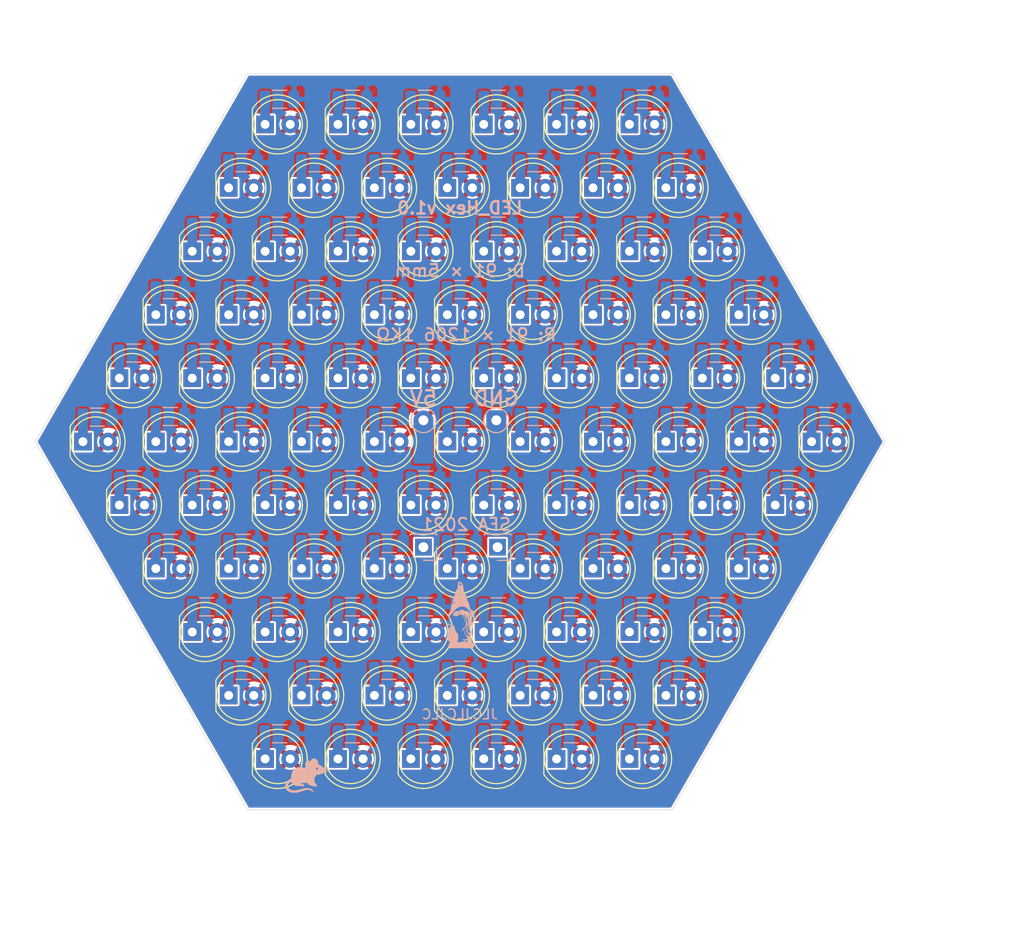
<source format=kicad_pcb>
(kicad_pcb (version 20171130) (host pcbnew 5.1.9)
  (layers (0 F.Cu signal) (31 B.Cu signal) (34 B.Paste user hide) (35 F.Paste user hide) (36 B.SilkS user) (37 F.SilkS user) (38 B.Mask user) (39 F.Mask user) (44 Edge.Cuts user))
  (net 0 "")
  (net 1 +5V)
  (net 2 "Net-(D1-Pad1)")
  (net 3 "Net-(D2-Pad1)")
  (net 4 "Net-(D3-Pad1)")
  (net 5 "Net-(D4-Pad1)")
  (net 6 "Net-(D5-Pad1)")
  (net 7 "Net-(D6-Pad1)")
  (net 8 "Net-(D7-Pad1)")
  (net 9 GND)
  (net 10 "Net-(D8-Pad1)")
  (net 11 "Net-(D9-Pad1)")
  (net 12 "Net-(D10-Pad1)")
  (net 13 "Net-(D11-Pad1)")
  (net 14 "Net-(D12-Pad1)")
  (net 15 "Net-(D13-Pad1)")
  (net 16 "Net-(D14-Pad1)")
  (net 17 "Net-(D15-Pad1)")
  (net 18 "Net-(D16-Pad1)")
  (net 19 "Net-(D17-Pad1)")
  (net 20 "Net-(D18-Pad1)")
  (net 21 "Net-(D19-Pad1)")
  (net 22 "Net-(D20-Pad1)")
  (net 23 "Net-(D21-Pad1)")
  (net 24 "Net-(D22-Pad1)")
  (net 25 "Net-(D23-Pad1)")
  (net 26 "Net-(D24-Pad1)")
  (net 27 "Net-(D25-Pad1)")
  (net 28 "Net-(D26-Pad1)")
  (net 29 "Net-(D27-Pad1)")
  (net 30 "Net-(D28-Pad1)")
  (net 31 "Net-(D29-Pad1)")
  (net 32 "Net-(D30-Pad1)")
  (net 33 "Net-(D31-Pad1)")
  (net 34 "Net-(D32-Pad1)")
  (net 35 "Net-(D33-Pad1)")
  (net 36 "Net-(D34-Pad1)")
  (net 37 "Net-(D35-Pad1)")
  (net 38 "Net-(D36-Pad1)")
  (net 39 "Net-(D37-Pad1)")
  (net 40 "Net-(D38-Pad1)")
  (net 41 "Net-(D39-Pad1)")
  (net 42 "Net-(D40-Pad1)")
  (net 43 "Net-(D41-Pad1)")
  (net 44 "Net-(D42-Pad1)")
  (net 45 "Net-(D43-Pad1)")
  (net 46 "Net-(D44-Pad1)")
  (net 47 "Net-(D45-Pad1)")
  (net 48 "Net-(D46-Pad1)")
  (net 49 "Net-(D47-Pad1)")
  (net 50 "Net-(D48-Pad1)")
  (net 51 "Net-(D49-Pad1)")
  (net 52 "Net-(D50-Pad1)")
  (net 53 "Net-(D51-Pad1)")
  (net 54 "Net-(D52-Pad1)")
  (net 55 "Net-(D53-Pad1)")
  (net 56 "Net-(D54-Pad1)")
  (net 57 "Net-(D55-Pad1)")
  (net 58 "Net-(D56-Pad1)")
  (net 59 "Net-(D57-Pad1)")
  (net 60 "Net-(D58-Pad1)")
  (net 61 "Net-(D59-Pad1)")
  (net 62 "Net-(D60-Pad1)")
  (net 63 "Net-(D61-Pad1)")
  (net 64 "Net-(D62-Pad1)")
  (net 65 "Net-(D63-Pad1)")
  (net 66 "Net-(D64-Pad1)")
  (net 67 "Net-(D65-Pad1)")
  (net 68 "Net-(D66-Pad1)")
  (net 69 "Net-(D67-Pad1)")
  (net 70 "Net-(D68-Pad1)")
  (net 71 "Net-(D69-Pad1)")
  (net 72 "Net-(D70-Pad1)")
  (net 73 "Net-(D71-Pad1)")
  (net 74 "Net-(D72-Pad1)")
  (net 75 "Net-(D73-Pad1)")
  (net 76 "Net-(D74-Pad1)")
  (net 77 "Net-(D75-Pad1)")
  (net 78 "Net-(D76-Pad1)")
  (net 79 "Net-(D77-Pad1)")
  (net 80 "Net-(D78-Pad1)")
  (net 81 "Net-(D79-Pad1)")
  (net 82 "Net-(D80-Pad1)")
  (net 83 "Net-(D81-Pad1)")
  (net 84 "Net-(D82-Pad1)")
  (net 85 "Net-(D83-Pad1)")
  (net 86 "Net-(D84-Pad1)")
  (net 87 "Net-(D85-Pad1)")
  (net 88 "Net-(D86-Pad1)")
  (net 89 "Net-(D87-Pad1)")
  (net 90 "Net-(D88-Pad1)")
  (net 91 "Net-(D89-Pad1)")
  (net 92 "Net-(D90-Pad1)")
  (net 93 "Net-(D91-Pad1)")
  (module logos:Mouse_smol (layer B.Cu) (at 52.451 78.486 180)
    (fp_text reference G*** hide)
    (fp_text value LOGO hide)
  )
  (module Connector_PinSocket_2.54mm:PinSocket_1x01_P2.54mm_Vertical (layer B.Cu) (at 71.755 55.753)
    (fp_text reference REF** hide)
    (fp_text value PinSocket_1x01_P2.54mm_Vertical)
    (pad 1 thru_hole rect (at 0 0) (size 1.7 1.7) (drill 1) (layers *.Cu *.Mask))
  )
  (module Connector_PinSocket_2.54mm:PinSocket_1x01_P2.54mm_Vertical (layer B.Cu) (at 64.262 55.753)
    (fp_text reference REF** hide)
    (fp_text value PinSocket_1x01_P2.54mm_Vertical)
    (pad 1 thru_hole rect (at 0 0) (size 1.7 1.7) (drill 1) (layers *.Cu *.Mask))
  )
  (module logos:Gnome (layer B.Cu) (at 68.072 62.611 180)
    (fp_text reference G*** hide)
    (fp_text value LOGO hide)
  )
  (module Resistor_SMD:R_1206_3216Metric (layer B.Cu) (at 57.0885 36.1315)
    (fp_text reference R19 hide)
    (fp_text value 1K)
    (pad 2 smd roundrect (at 1.4625 0) (size 1.125 1.75) (layers B.Cu B.Paste B.Mask) (roundrect_rratio 0.2222195555555556) (net 9 GND))
    (pad 1 smd roundrect (at -1.4625 0) (size 1.125 1.75) (layers B.Cu B.Paste B.Mask) (roundrect_rratio 0.2222195555555556) (net 21 "Net-(D19-Pad1)"))
  )
  (module Resistor_SMD:R_1206_3216Metric (layer B.Cu) (at 53.4055 42.545)
    (fp_text reference R18 hide)
    (fp_text value 1K)
    (pad 2 smd roundrect (at 1.4625 0) (size 1.125 1.75) (layers B.Cu B.Paste B.Mask) (roundrect_rratio 0.2222195555555556) (net 9 GND))
    (pad 1 smd roundrect (at -1.4625 0) (size 1.125 1.75) (layers B.Cu B.Paste B.Mask) (roundrect_rratio 0.2222195555555556) (net 20 "Net-(D18-Pad1)"))
  )
  (module Resistor_SMD:R_1206_3216Metric (layer B.Cu) (at 57.0885 48.9585)
    (fp_text reference R17 hide)
    (fp_text value 1K)
    (pad 2 smd roundrect (at 1.4625 0) (size 1.125 1.75) (layers B.Cu B.Paste B.Mask) (roundrect_rratio 0.2222195555555556) (net 9 GND))
    (pad 1 smd roundrect (at -1.4625 0) (size 1.125 1.75) (layers B.Cu B.Paste B.Mask) (roundrect_rratio 0.2222195555555556) (net 19 "Net-(D17-Pad1)"))
  )
  (module Resistor_SMD:R_1206_3216Metric (layer B.Cu) (at 60.7695 55.372)
    (fp_text reference R16 hide)
    (fp_text value 1K)
    (pad 2 smd roundrect (at 1.4625 0) (size 1.125 1.75) (layers B.Cu B.Paste B.Mask) (roundrect_rratio 0.2222195555555556) (net 9 GND))
    (pad 1 smd roundrect (at -1.4625 0) (size 1.125 1.75) (layers B.Cu B.Paste B.Mask) (roundrect_rratio 0.2222195555555556) (net 18 "Net-(D16-Pad1)"))
  )
  (module Resistor_SMD:R_1206_3216Metric (layer B.Cu) (at 68.1375 55.372)
    (fp_text reference R15 hide)
    (fp_text value 1K)
    (pad 2 smd roundrect (at 1.4625 0) (size 1.125 1.75) (layers B.Cu B.Paste B.Mask) (roundrect_rratio 0.2222195555555556) (net 9 GND))
    (pad 1 smd roundrect (at -1.4625 0) (size 1.125 1.75) (layers B.Cu B.Paste B.Mask) (roundrect_rratio 0.2222195555555556) (net 17 "Net-(D15-Pad1)"))
  )
  (module Resistor_SMD:R_1206_3216Metric (layer B.Cu) (at 75.5015 55.372)
    (fp_text reference R14 hide)
    (fp_text value 1K)
    (pad 2 smd roundrect (at 1.4625 0) (size 1.125 1.75) (layers B.Cu B.Paste B.Mask) (roundrect_rratio 0.2222195555555556) (net 9 GND))
    (pad 1 smd roundrect (at -1.4625 0) (size 1.125 1.75) (layers B.Cu B.Paste B.Mask) (roundrect_rratio 0.2222195555555556) (net 16 "Net-(D14-Pad1)"))
  )
  (module Resistor_SMD:R_1206_3216Metric (layer B.Cu) (at 79.1825 48.9585)
    (fp_text reference R13 hide)
    (fp_text value 1K)
    (pad 2 smd roundrect (at 1.4625 0) (size 1.125 1.75) (layers B.Cu B.Paste B.Mask) (roundrect_rratio 0.2222195555555556) (net 9 GND))
    (pad 1 smd roundrect (at -1.4625 0) (size 1.125 1.75) (layers B.Cu B.Paste B.Mask) (roundrect_rratio 0.2222195555555556) (net 15 "Net-(D13-Pad1)"))
  )
  (module Resistor_SMD:R_1206_3216Metric (layer B.Cu) (at 82.8695 42.545)
    (fp_text reference R12 hide)
    (fp_text value 1K)
    (pad 2 smd roundrect (at 1.4625 0) (size 1.125 1.75) (layers B.Cu B.Paste B.Mask) (roundrect_rratio 0.2222195555555556) (net 9 GND))
    (pad 1 smd roundrect (at -1.4625 0) (size 1.125 1.75) (layers B.Cu B.Paste B.Mask) (roundrect_rratio 0.2222195555555556) (net 14 "Net-(D12-Pad1)"))
  )
  (module Resistor_SMD:R_1206_3216Metric (layer B.Cu) (at 79.1825 36.1315)
    (fp_text reference R11 hide)
    (fp_text value 1K)
    (pad 2 smd roundrect (at 1.4625 0) (size 1.125 1.75) (layers B.Cu B.Paste B.Mask) (roundrect_rratio 0.2222195555555556) (net 9 GND))
    (pad 1 smd roundrect (at -1.4625 0) (size 1.125 1.75) (layers B.Cu B.Paste B.Mask) (roundrect_rratio 0.2222195555555556) (net 13 "Net-(D11-Pad1)"))
  )
  (module Resistor_SMD:R_1206_3216Metric (layer B.Cu) (at 75.5015 29.718)
    (fp_text reference R10 hide)
    (fp_text value 1K)
    (pad 2 smd roundrect (at 1.4625 0) (size 1.125 1.75) (layers B.Cu B.Paste B.Mask) (roundrect_rratio 0.2222195555555556) (net 9 GND))
    (pad 1 smd roundrect (at -1.4625 0) (size 1.125 1.75) (layers B.Cu B.Paste B.Mask) (roundrect_rratio 0.2222195555555556) (net 12 "Net-(D10-Pad1)"))
  )
  (module Resistor_SMD:R_1206_3216Metric (layer B.Cu) (at 68.1375 29.718)
    (fp_text reference R9 hide)
    (fp_text value 1K)
    (pad 2 smd roundrect (at 1.4625 0) (size 1.125 1.75) (layers B.Cu B.Paste B.Mask) (roundrect_rratio 0.2222195555555556) (net 9 GND))
    (pad 1 smd roundrect (at -1.4625 0) (size 1.125 1.75) (layers B.Cu B.Paste B.Mask) (roundrect_rratio 0.2222195555555556) (net 11 "Net-(D9-Pad1)"))
  )
  (module Resistor_SMD:R_1206_3216Metric (layer B.Cu) (at 60.7675 29.718)
    (fp_text reference R8 hide)
    (fp_text value 1K)
    (pad 2 smd roundrect (at 1.4625 0) (size 1.125 1.75) (layers B.Cu B.Paste B.Mask) (roundrect_rratio 0.2222195555555556) (net 9 GND))
    (pad 1 smd roundrect (at -1.4625 0) (size 1.125 1.75) (layers B.Cu B.Paste B.Mask) (roundrect_rratio 0.2222195555555556) (net 10 "Net-(D8-Pad1)"))
  )
  (module LED_THT:LED_D5.0mm_Clear (layer F.Cu) (at 55.626 38.6715)
    (fp_text reference D19 hide)
    (fp_text value LED)
    (pad 2 thru_hole circle (at 2.54 0) (size 1.8 1.8) (drill 0.9) (layers *.Cu *.Mask) (net 1 +5V))
    (pad 1 thru_hole rect (at 0 0) (size 1.8 1.8) (drill 0.9) (layers *.Cu *.Mask) (net 21 "Net-(D19-Pad1)"))
  )
  (module LED_THT:LED_D5.0mm_Clear (layer F.Cu) (at 51.943 45.085)
    (fp_text reference D18 hide)
    (fp_text value LED)
    (pad 2 thru_hole circle (at 2.54 0) (size 1.8 1.8) (drill 0.9) (layers *.Cu *.Mask) (net 1 +5V))
    (pad 1 thru_hole rect (at 0 0) (size 1.8 1.8) (drill 0.9) (layers *.Cu *.Mask) (net 20 "Net-(D18-Pad1)"))
  )
  (module LED_THT:LED_D5.0mm_Clear (layer F.Cu) (at 55.626 51.4985)
    (fp_text reference D17 hide)
    (fp_text value LED)
    (pad 2 thru_hole circle (at 2.54 0) (size 1.8 1.8) (drill 0.9) (layers *.Cu *.Mask) (net 1 +5V))
    (pad 1 thru_hole rect (at 0 0) (size 1.8 1.8) (drill 0.9) (layers *.Cu *.Mask) (net 19 "Net-(D17-Pad1)"))
  )
  (module LED_THT:LED_D5.0mm_Clear (layer F.Cu) (at 59.309 57.912)
    (fp_text reference D16 hide)
    (fp_text value LED)
    (pad 2 thru_hole circle (at 2.54 0) (size 1.8 1.8) (drill 0.9) (layers *.Cu *.Mask) (net 1 +5V))
    (pad 1 thru_hole rect (at 0 0) (size 1.8 1.8) (drill 0.9) (layers *.Cu *.Mask) (net 18 "Net-(D16-Pad1)"))
  )
  (module LED_THT:LED_D5.0mm_Clear (layer F.Cu) (at 66.675 57.912)
    (fp_text reference D15 hide)
    (fp_text value LED)
    (pad 2 thru_hole circle (at 2.54 0) (size 1.8 1.8) (drill 0.9) (layers *.Cu *.Mask) (net 1 +5V))
    (pad 1 thru_hole rect (at 0 0) (size 1.8 1.8) (drill 0.9) (layers *.Cu *.Mask) (net 17 "Net-(D15-Pad1)"))
  )
  (module LED_THT:LED_D5.0mm_Clear (layer F.Cu) (at 74.041 57.912)
    (fp_text reference D14 hide)
    (fp_text value LED)
    (pad 2 thru_hole circle (at 2.54 0) (size 1.8 1.8) (drill 0.9) (layers *.Cu *.Mask) (net 1 +5V))
    (pad 1 thru_hole rect (at 0 0) (size 1.8 1.8) (drill 0.9) (layers *.Cu *.Mask) (net 16 "Net-(D14-Pad1)"))
  )
  (module LED_THT:LED_D5.0mm_Clear (layer F.Cu) (at 77.724 51.4985)
    (fp_text reference D13 hide)
    (fp_text value LED)
    (pad 2 thru_hole circle (at 2.54 0) (size 1.8 1.8) (drill 0.9) (layers *.Cu *.Mask) (net 1 +5V))
    (pad 1 thru_hole rect (at 0 0) (size 1.8 1.8) (drill 0.9) (layers *.Cu *.Mask) (net 15 "Net-(D13-Pad1)"))
  )
  (module LED_THT:LED_D5.0mm_Clear (layer F.Cu) (at 81.407 45.085)
    (fp_text reference D12 hide)
    (fp_text value LED)
    (pad 2 thru_hole circle (at 2.54 0) (size 1.8 1.8) (drill 0.9) (layers *.Cu *.Mask) (net 1 +5V))
    (pad 1 thru_hole rect (at 0 0) (size 1.8 1.8) (drill 0.9) (layers *.Cu *.Mask) (net 14 "Net-(D12-Pad1)"))
  )
  (module LED_THT:LED_D5.0mm_Clear (layer F.Cu) (at 77.724 38.6715)
    (fp_text reference D11 hide)
    (fp_text value LED)
    (pad 2 thru_hole circle (at 2.54 0) (size 1.8 1.8) (drill 0.9) (layers *.Cu *.Mask) (net 1 +5V))
    (pad 1 thru_hole rect (at 0 0) (size 1.8 1.8) (drill 0.9) (layers *.Cu *.Mask) (net 13 "Net-(D11-Pad1)"))
  )
  (module LED_THT:LED_D5.0mm_Clear (layer F.Cu) (at 74.041 32.258)
    (fp_text reference D10 hide)
    (fp_text value LED)
    (pad 2 thru_hole circle (at 2.54 0) (size 1.8 1.8) (drill 0.9) (layers *.Cu *.Mask) (net 1 +5V))
    (pad 1 thru_hole rect (at 0 0) (size 1.8 1.8) (drill 0.9) (layers *.Cu *.Mask) (net 12 "Net-(D10-Pad1)"))
  )
  (module LED_THT:LED_D5.0mm_Clear (layer F.Cu) (at 66.675 32.258)
    (fp_text reference D9 hide)
    (fp_text value LED)
    (pad 2 thru_hole circle (at 2.54 0) (size 1.8 1.8) (drill 0.9) (layers *.Cu *.Mask) (net 1 +5V))
    (pad 1 thru_hole rect (at 0 0) (size 1.8 1.8) (drill 0.9) (layers *.Cu *.Mask) (net 11 "Net-(D9-Pad1)"))
  )
  (module LED_THT:LED_D5.0mm_Clear (layer F.Cu) (at 59.309 32.258)
    (fp_text reference D8 hide)
    (fp_text value LED)
    (pad 2 thru_hole circle (at 2.54 0) (size 1.8 1.8) (drill 0.9) (layers *.Cu *.Mask) (net 1 +5V))
    (pad 1 thru_hole rect (at 0 0) (size 1.8 1.8) (drill 0.9) (layers *.Cu *.Mask) (net 10 "Net-(D8-Pad1)"))
  )
  (module LED_THT:LED_D5.0mm_Clear (layer F.Cu) (at 66.675 45.085)
    (fp_text reference D1 hide)
    (fp_text value LED)
    (pad 2 thru_hole circle (at 2.54 0) (size 1.8 1.8) (drill 0.9) (layers *.Cu *.Mask) (net 1 +5V))
    (pad 1 thru_hole rect (at 0 0) (size 1.8 1.8) (drill 0.9) (layers *.Cu *.Mask) (net 2 "Net-(D1-Pad1)"))
  )
  (module LED_THT:LED_D5.0mm_Clear (layer F.Cu) (at 62.992 38.6715)
    (fp_text reference D2 hide)
    (fp_text value LED)
    (pad 1 thru_hole rect (at 0 0) (size 1.8 1.8) (drill 0.9) (layers *.Cu *.Mask) (net 3 "Net-(D2-Pad1)"))
    (pad 2 thru_hole circle (at 2.54 0) (size 1.8 1.8) (drill 0.9) (layers *.Cu *.Mask) (net 1 +5V))
  )
  (module LED_THT:LED_D5.0mm_Clear (layer F.Cu) (at 70.358 38.6715)
    (fp_text reference D3 hide)
    (fp_text value LED)
    (pad 1 thru_hole rect (at 0 0) (size 1.8 1.8) (drill 0.9) (layers *.Cu *.Mask) (net 4 "Net-(D3-Pad1)"))
    (pad 2 thru_hole circle (at 2.54 0) (size 1.8 1.8) (drill 0.9) (layers *.Cu *.Mask) (net 1 +5V))
  )
  (module LED_THT:LED_D5.0mm_Clear (layer F.Cu) (at 74.041 45.085)
    (fp_text reference D4 hide)
    (fp_text value LED)
    (pad 2 thru_hole circle (at 2.54 0) (size 1.8 1.8) (drill 0.9) (layers *.Cu *.Mask) (net 1 +5V))
    (pad 1 thru_hole rect (at 0 0) (size 1.8 1.8) (drill 0.9) (layers *.Cu *.Mask) (net 5 "Net-(D4-Pad1)"))
  )
  (module LED_THT:LED_D5.0mm_Clear (layer F.Cu) (at 70.358 51.4985)
    (fp_text reference D5 hide)
    (fp_text value LED)
    (pad 1 thru_hole rect (at 0 0) (size 1.8 1.8) (drill 0.9) (layers *.Cu *.Mask) (net 6 "Net-(D5-Pad1)"))
    (pad 2 thru_hole circle (at 2.54 0) (size 1.8 1.8) (drill 0.9) (layers *.Cu *.Mask) (net 1 +5V))
  )
  (module LED_THT:LED_D5.0mm_Clear (layer F.Cu) (at 62.992 51.4985)
    (fp_text reference D6 hide)
    (fp_text value LED)
    (pad 2 thru_hole circle (at 2.54 0) (size 1.8 1.8) (drill 0.9) (layers *.Cu *.Mask) (net 1 +5V))
    (pad 1 thru_hole rect (at 0 0) (size 1.8 1.8) (drill 0.9) (layers *.Cu *.Mask) (net 7 "Net-(D6-Pad1)"))
  )
  (module LED_THT:LED_D5.0mm_Clear (layer F.Cu) (at 59.309 45.085)
    (fp_text reference D7 hide)
    (fp_text value LED)
    (pad 1 thru_hole rect (at 0 0) (size 1.8 1.8) (drill 0.9) (layers *.Cu *.Mask) (net 8 "Net-(D7-Pad1)"))
    (pad 2 thru_hole circle (at 2.54 0) (size 1.8 1.8) (drill 0.9) (layers *.Cu *.Mask) (net 1 +5V))
  )
  (module Resistor_SMD:R_1206_3216Metric (layer B.Cu) (at 68.1375 42.545)
    (fp_text reference R1 hide)
    (fp_text value 1K)
    (pad 2 smd roundrect (at 1.4625 0) (size 1.125 1.75) (layers B.Cu B.Paste B.Mask) (roundrect_rratio 0.2222195555555556) (net 9 GND))
    (pad 1 smd roundrect (at -1.4625 0) (size 1.125 1.75) (layers B.Cu B.Paste B.Mask) (roundrect_rratio 0.2222195555555556) (net 2 "Net-(D1-Pad1)"))
  )
  (module Resistor_SMD:R_1206_3216Metric (layer B.Cu) (at 64.4545 36.1315)
    (fp_text reference R2 hide)
    (fp_text value 1K)
    (pad 1 smd roundrect (at -1.4625 0) (size 1.125 1.75) (layers B.Cu B.Paste B.Mask) (roundrect_rratio 0.2222195555555556) (net 3 "Net-(D2-Pad1)"))
    (pad 2 smd roundrect (at 1.4625 0) (size 1.125 1.75) (layers B.Cu B.Paste B.Mask) (roundrect_rratio 0.2222195555555556) (net 9 GND))
  )
  (module Resistor_SMD:R_1206_3216Metric (layer B.Cu) (at 71.8205 36.1315)
    (fp_text reference R3 hide)
    (fp_text value 1K)
    (pad 1 smd roundrect (at -1.4625 0) (size 1.125 1.75) (layers B.Cu B.Paste B.Mask) (roundrect_rratio 0.2222195555555556) (net 4 "Net-(D3-Pad1)"))
    (pad 2 smd roundrect (at 1.4625 0) (size 1.125 1.75) (layers B.Cu B.Paste B.Mask) (roundrect_rratio 0.2222195555555556) (net 9 GND))
  )
  (module Resistor_SMD:R_1206_3216Metric (layer B.Cu) (at 75.5035 42.545)
    (fp_text reference R4 hide)
    (fp_text value 1K)
    (pad 2 smd roundrect (at 1.4625 0) (size 1.125 1.75) (layers B.Cu B.Paste B.Mask) (roundrect_rratio 0.2222195555555556) (net 9 GND))
    (pad 1 smd roundrect (at -1.4625 0) (size 1.125 1.75) (layers B.Cu B.Paste B.Mask) (roundrect_rratio 0.2222195555555556) (net 5 "Net-(D4-Pad1)"))
  )
  (module Resistor_SMD:R_1206_3216Metric (layer B.Cu) (at 71.8205 48.9585)
    (fp_text reference R5 hide)
    (fp_text value 1K)
    (pad 1 smd roundrect (at -1.4625 0) (size 1.125 1.75) (layers B.Cu B.Paste B.Mask) (roundrect_rratio 0.2222195555555556) (net 6 "Net-(D5-Pad1)"))
    (pad 2 smd roundrect (at 1.4625 0) (size 1.125 1.75) (layers B.Cu B.Paste B.Mask) (roundrect_rratio 0.2222195555555556) (net 9 GND))
  )
  (module Resistor_SMD:R_1206_3216Metric (layer B.Cu) (at 64.4545 48.9585)
    (fp_text reference R6 hide)
    (fp_text value 1K)
    (pad 2 smd roundrect (at 1.4625 0) (size 1.125 1.75) (layers B.Cu B.Paste B.Mask) (roundrect_rratio 0.2222195555555556) (net 9 GND))
    (pad 1 smd roundrect (at -1.4625 0) (size 1.125 1.75) (layers B.Cu B.Paste B.Mask) (roundrect_rratio 0.2222195555555556) (net 7 "Net-(D6-Pad1)"))
  )
  (module Resistor_SMD:R_1206_3216Metric (layer B.Cu) (at 60.7715 42.545)
    (fp_text reference R7 hide)
    (fp_text value 1K)
    (pad 1 smd roundrect (at -1.4625 0) (size 1.125 1.75) (layers B.Cu B.Paste B.Mask) (roundrect_rratio 0.2222195555555556) (net 8 "Net-(D7-Pad1)"))
    (pad 2 smd roundrect (at 1.4625 0) (size 1.125 1.75) (layers B.Cu B.Paste B.Mask) (roundrect_rratio 0.2222195555555556) (net 9 GND))
  )
  (module LED_THT:LED_D5.0mm_Clear (layer F.Cu) (at 55.626 25.8445)
    (fp_text reference D20 hide)
    (fp_text value LED)
    (pad 1 thru_hole rect (at 0 0) (size 1.8 1.8) (drill 0.9) (layers *.Cu *.Mask) (net 22 "Net-(D20-Pad1)"))
    (pad 2 thru_hole circle (at 2.54 0) (size 1.8 1.8) (drill 0.9) (layers *.Cu *.Mask) (net 1 +5V))
  )
  (module LED_THT:LED_D5.0mm_Clear (layer F.Cu) (at 62.992 25.8445)
    (fp_text reference D21 hide)
    (fp_text value LED)
    (pad 2 thru_hole circle (at 2.54 0) (size 1.8 1.8) (drill 0.9) (layers *.Cu *.Mask) (net 1 +5V))
    (pad 1 thru_hole rect (at 0 0) (size 1.8 1.8) (drill 0.9) (layers *.Cu *.Mask) (net 23 "Net-(D21-Pad1)"))
  )
  (module LED_THT:LED_D5.0mm_Clear (layer F.Cu) (at 70.358 25.8445)
    (fp_text reference D22 hide)
    (fp_text value LED)
    (pad 2 thru_hole circle (at 2.54 0) (size 1.8 1.8) (drill 0.9) (layers *.Cu *.Mask) (net 1 +5V))
    (pad 1 thru_hole rect (at 0 0) (size 1.8 1.8) (drill 0.9) (layers *.Cu *.Mask) (net 24 "Net-(D22-Pad1)"))
  )
  (module LED_THT:LED_D5.0mm_Clear (layer F.Cu) (at 77.724 25.8445)
    (fp_text reference D23 hide)
    (fp_text value LED)
    (pad 1 thru_hole rect (at 0 0) (size 1.8 1.8) (drill 0.9) (layers *.Cu *.Mask) (net 25 "Net-(D23-Pad1)"))
    (pad 2 thru_hole circle (at 2.54 0) (size 1.8 1.8) (drill 0.9) (layers *.Cu *.Mask) (net 1 +5V))
  )
  (module LED_THT:LED_D5.0mm_Clear (layer F.Cu) (at 81.407 32.258)
    (fp_text reference D24 hide)
    (fp_text value LED)
    (pad 1 thru_hole rect (at 0 0) (size 1.8 1.8) (drill 0.9) (layers *.Cu *.Mask) (net 26 "Net-(D24-Pad1)"))
    (pad 2 thru_hole circle (at 2.54 0) (size 1.8 1.8) (drill 0.9) (layers *.Cu *.Mask) (net 1 +5V))
  )
  (module LED_THT:LED_D5.0mm_Clear (layer F.Cu) (at 85.09 38.6715)
    (fp_text reference D25 hide)
    (fp_text value LED)
    (pad 2 thru_hole circle (at 2.54 0) (size 1.8 1.8) (drill 0.9) (layers *.Cu *.Mask) (net 1 +5V))
    (pad 1 thru_hole rect (at 0 0) (size 1.8 1.8) (drill 0.9) (layers *.Cu *.Mask) (net 27 "Net-(D25-Pad1)"))
  )
  (module LED_THT:LED_D5.0mm_Clear (layer F.Cu) (at 88.773 45.085)
    (fp_text reference D26 hide)
    (fp_text value LED)
    (pad 2 thru_hole circle (at 2.54 0) (size 1.8 1.8) (drill 0.9) (layers *.Cu *.Mask) (net 1 +5V))
    (pad 1 thru_hole rect (at 0 0) (size 1.8 1.8) (drill 0.9) (layers *.Cu *.Mask) (net 28 "Net-(D26-Pad1)"))
  )
  (module LED_THT:LED_D5.0mm_Clear (layer F.Cu) (at 85.09 51.4985)
    (fp_text reference D27 hide)
    (fp_text value LED)
    (pad 1 thru_hole rect (at 0 0) (size 1.8 1.8) (drill 0.9) (layers *.Cu *.Mask) (net 29 "Net-(D27-Pad1)"))
    (pad 2 thru_hole circle (at 2.54 0) (size 1.8 1.8) (drill 0.9) (layers *.Cu *.Mask) (net 1 +5V))
  )
  (module LED_THT:LED_D5.0mm_Clear (layer F.Cu) (at 81.407 57.912)
    (fp_text reference D28 hide)
    (fp_text value LED)
    (pad 2 thru_hole circle (at 2.54 0) (size 1.8 1.8) (drill 0.9) (layers *.Cu *.Mask) (net 1 +5V))
    (pad 1 thru_hole rect (at 0 0) (size 1.8 1.8) (drill 0.9) (layers *.Cu *.Mask) (net 30 "Net-(D28-Pad1)"))
  )
  (module LED_THT:LED_D5.0mm_Clear (layer F.Cu) (at 77.724 64.3255)
    (fp_text reference D29 hide)
    (fp_text value LED)
    (pad 2 thru_hole circle (at 2.54 0) (size 1.8 1.8) (drill 0.9) (layers *.Cu *.Mask) (net 1 +5V))
    (pad 1 thru_hole rect (at 0 0) (size 1.8 1.8) (drill 0.9) (layers *.Cu *.Mask) (net 31 "Net-(D29-Pad1)"))
  )
  (module LED_THT:LED_D5.0mm_Clear (layer F.Cu) (at 70.358 64.3255)
    (fp_text reference D30 hide)
    (fp_text value LED)
    (pad 2 thru_hole circle (at 2.54 0) (size 1.8 1.8) (drill 0.9) (layers *.Cu *.Mask) (net 1 +5V))
    (pad 1 thru_hole rect (at 0 0) (size 1.8 1.8) (drill 0.9) (layers *.Cu *.Mask) (net 32 "Net-(D30-Pad1)"))
  )
  (module LED_THT:LED_D5.0mm_Clear (layer F.Cu) (at 62.992 64.3255)
    (fp_text reference D31 hide)
    (fp_text value LED)
    (pad 1 thru_hole rect (at 0 0) (size 1.8 1.8) (drill 0.9) (layers *.Cu *.Mask) (net 33 "Net-(D31-Pad1)"))
    (pad 2 thru_hole circle (at 2.54 0) (size 1.8 1.8) (drill 0.9) (layers *.Cu *.Mask) (net 1 +5V))
  )
  (module LED_THT:LED_D5.0mm_Clear (layer F.Cu) (at 55.626 64.3255)
    (fp_text reference D32 hide)
    (fp_text value LED)
    (pad 1 thru_hole rect (at 0 0) (size 1.8 1.8) (drill 0.9) (layers *.Cu *.Mask) (net 34 "Net-(D32-Pad1)"))
    (pad 2 thru_hole circle (at 2.54 0) (size 1.8 1.8) (drill 0.9) (layers *.Cu *.Mask) (net 1 +5V))
  )
  (module LED_THT:LED_D5.0mm_Clear (layer F.Cu) (at 51.943 57.912)
    (fp_text reference D33 hide)
    (fp_text value LED)
    (pad 2 thru_hole circle (at 2.54 0) (size 1.8 1.8) (drill 0.9) (layers *.Cu *.Mask) (net 1 +5V))
    (pad 1 thru_hole rect (at 0 0) (size 1.8 1.8) (drill 0.9) (layers *.Cu *.Mask) (net 35 "Net-(D33-Pad1)"))
  )
  (module LED_THT:LED_D5.0mm_Clear (layer F.Cu) (at 48.26 51.4985)
    (fp_text reference D34 hide)
    (fp_text value LED)
    (pad 1 thru_hole rect (at 0 0) (size 1.8 1.8) (drill 0.9) (layers *.Cu *.Mask) (net 36 "Net-(D34-Pad1)"))
    (pad 2 thru_hole circle (at 2.54 0) (size 1.8 1.8) (drill 0.9) (layers *.Cu *.Mask) (net 1 +5V))
  )
  (module LED_THT:LED_D5.0mm_Clear (layer F.Cu) (at 44.577 45.085)
    (fp_text reference D35 hide)
    (fp_text value LED)
    (pad 1 thru_hole rect (at 0 0) (size 1.8 1.8) (drill 0.9) (layers *.Cu *.Mask) (net 37 "Net-(D35-Pad1)"))
    (pad 2 thru_hole circle (at 2.54 0) (size 1.8 1.8) (drill 0.9) (layers *.Cu *.Mask) (net 1 +5V))
  )
  (module LED_THT:LED_D5.0mm_Clear (layer F.Cu) (at 48.26 38.6715)
    (fp_text reference D36 hide)
    (fp_text value LED)
    (pad 1 thru_hole rect (at 0 0) (size 1.8 1.8) (drill 0.9) (layers *.Cu *.Mask) (net 38 "Net-(D36-Pad1)"))
    (pad 2 thru_hole circle (at 2.54 0) (size 1.8 1.8) (drill 0.9) (layers *.Cu *.Mask) (net 1 +5V))
  )
  (module LED_THT:LED_D5.0mm_Clear (layer F.Cu) (at 51.943 32.258)
    (fp_text reference D37 hide)
    (fp_text value LED)
    (pad 2 thru_hole circle (at 2.54 0) (size 1.8 1.8) (drill 0.9) (layers *.Cu *.Mask) (net 1 +5V))
    (pad 1 thru_hole rect (at 0 0) (size 1.8 1.8) (drill 0.9) (layers *.Cu *.Mask) (net 39 "Net-(D37-Pad1)"))
  )
  (module Resistor_SMD:R_1206_3216Metric (layer B.Cu) (at 57.0845 23.3045)
    (fp_text reference R20 hide)
    (fp_text value 1K)
    (pad 2 smd roundrect (at 1.4625 0) (size 1.125 1.75) (layers B.Cu B.Paste B.Mask) (roundrect_rratio 0.2222195555555556) (net 9 GND))
    (pad 1 smd roundrect (at -1.4625 0) (size 1.125 1.75) (layers B.Cu B.Paste B.Mask) (roundrect_rratio 0.2222195555555556) (net 22 "Net-(D20-Pad1)"))
  )
  (module Resistor_SMD:R_1206_3216Metric (layer B.Cu) (at 64.4505 23.3045)
    (fp_text reference R21 hide)
    (fp_text value 1K)
    (pad 1 smd roundrect (at -1.4625 0) (size 1.125 1.75) (layers B.Cu B.Paste B.Mask) (roundrect_rratio 0.2222195555555556) (net 23 "Net-(D21-Pad1)"))
    (pad 2 smd roundrect (at 1.4625 0) (size 1.125 1.75) (layers B.Cu B.Paste B.Mask) (roundrect_rratio 0.2222195555555556) (net 9 GND))
  )
  (module Resistor_SMD:R_1206_3216Metric (layer B.Cu) (at 71.8185 23.3045)
    (fp_text reference R22 hide)
    (fp_text value 1K)
    (pad 1 smd roundrect (at -1.4625 0) (size 1.125 1.75) (layers B.Cu B.Paste B.Mask) (roundrect_rratio 0.2222195555555556) (net 24 "Net-(D22-Pad1)"))
    (pad 2 smd roundrect (at 1.4625 0) (size 1.125 1.75) (layers B.Cu B.Paste B.Mask) (roundrect_rratio 0.2222195555555556) (net 9 GND))
  )
  (module Resistor_SMD:R_1206_3216Metric (layer B.Cu) (at 79.1865 23.3045)
    (fp_text reference R23 hide)
    (fp_text value 1K)
    (pad 2 smd roundrect (at 1.4625 0) (size 1.125 1.75) (layers B.Cu B.Paste B.Mask) (roundrect_rratio 0.2222195555555556) (net 9 GND))
    (pad 1 smd roundrect (at -1.4625 0) (size 1.125 1.75) (layers B.Cu B.Paste B.Mask) (roundrect_rratio 0.2222195555555556) (net 25 "Net-(D23-Pad1)"))
  )
  (module Resistor_SMD:R_1206_3216Metric (layer B.Cu) (at 82.8695 29.718)
    (fp_text reference R24 hide)
    (fp_text value 1K)
    (pad 2 smd roundrect (at 1.4625 0) (size 1.125 1.75) (layers B.Cu B.Paste B.Mask) (roundrect_rratio 0.2222195555555556) (net 9 GND))
    (pad 1 smd roundrect (at -1.4625 0) (size 1.125 1.75) (layers B.Cu B.Paste B.Mask) (roundrect_rratio 0.2222195555555556) (net 26 "Net-(D24-Pad1)"))
  )
  (module Resistor_SMD:R_1206_3216Metric (layer B.Cu) (at 86.5525 36.1315)
    (fp_text reference R25 hide)
    (fp_text value 1K)
    (pad 2 smd roundrect (at 1.4625 0) (size 1.125 1.75) (layers B.Cu B.Paste B.Mask) (roundrect_rratio 0.2222195555555556) (net 9 GND))
    (pad 1 smd roundrect (at -1.4625 0) (size 1.125 1.75) (layers B.Cu B.Paste B.Mask) (roundrect_rratio 0.2222195555555556) (net 27 "Net-(D25-Pad1)"))
  )
  (module Resistor_SMD:R_1206_3216Metric (layer B.Cu) (at 90.2355 42.545)
    (fp_text reference R26 hide)
    (fp_text value 1K)
    (pad 1 smd roundrect (at -1.4625 0) (size 1.125 1.75) (layers B.Cu B.Paste B.Mask) (roundrect_rratio 0.2222195555555556) (net 28 "Net-(D26-Pad1)"))
    (pad 2 smd roundrect (at 1.4625 0) (size 1.125 1.75) (layers B.Cu B.Paste B.Mask) (roundrect_rratio 0.2222195555555556) (net 9 GND))
  )
  (module Resistor_SMD:R_1206_3216Metric (layer B.Cu) (at 86.5485 48.9585)
    (fp_text reference R27 hide)
    (fp_text value 1K)
    (pad 1 smd roundrect (at -1.4625 0) (size 1.125 1.75) (layers B.Cu B.Paste B.Mask) (roundrect_rratio 0.2222195555555556) (net 29 "Net-(D27-Pad1)"))
    (pad 2 smd roundrect (at 1.4625 0) (size 1.125 1.75) (layers B.Cu B.Paste B.Mask) (roundrect_rratio 0.2222195555555556) (net 9 GND))
  )
  (module Resistor_SMD:R_1206_3216Metric (layer B.Cu) (at 82.8655 55.372)
    (fp_text reference R28 hide)
    (fp_text value 1K)
    (pad 1 smd roundrect (at -1.4625 0) (size 1.125 1.75) (layers B.Cu B.Paste B.Mask) (roundrect_rratio 0.2222195555555556) (net 30 "Net-(D28-Pad1)"))
    (pad 2 smd roundrect (at 1.4625 0) (size 1.125 1.75) (layers B.Cu B.Paste B.Mask) (roundrect_rratio 0.2222195555555556) (net 9 GND))
  )
  (module Resistor_SMD:R_1206_3216Metric (layer B.Cu) (at 79.1865 61.7855)
    (fp_text reference R29 hide)
    (fp_text value 1K)
    (pad 2 smd roundrect (at 1.4625 0) (size 1.125 1.75) (layers B.Cu B.Paste B.Mask) (roundrect_rratio 0.2222195555555556) (net 9 GND))
    (pad 1 smd roundrect (at -1.4625 0) (size 1.125 1.75) (layers B.Cu B.Paste B.Mask) (roundrect_rratio 0.2222195555555556) (net 31 "Net-(D29-Pad1)"))
  )
  (module Resistor_SMD:R_1206_3216Metric (layer B.Cu) (at 71.8205 61.7855)
    (fp_text reference R30 hide)
    (fp_text value 1K)
    (pad 2 smd roundrect (at 1.4625 0) (size 1.125 1.75) (layers B.Cu B.Paste B.Mask) (roundrect_rratio 0.2222195555555556) (net 9 GND))
    (pad 1 smd roundrect (at -1.4625 0) (size 1.125 1.75) (layers B.Cu B.Paste B.Mask) (roundrect_rratio 0.2222195555555556) (net 32 "Net-(D30-Pad1)"))
  )
  (module Resistor_SMD:R_1206_3216Metric (layer B.Cu) (at 64.4545 61.7855)
    (fp_text reference R31 hide)
    (fp_text value 1K)
    (pad 1 smd roundrect (at -1.4625 0) (size 1.125 1.75) (layers B.Cu B.Paste B.Mask) (roundrect_rratio 0.2222195555555556) (net 33 "Net-(D31-Pad1)"))
    (pad 2 smd roundrect (at 1.4625 0) (size 1.125 1.75) (layers B.Cu B.Paste B.Mask) (roundrect_rratio 0.2222195555555556) (net 9 GND))
  )
  (module Resistor_SMD:R_1206_3216Metric (layer B.Cu) (at 57.0845 61.7855)
    (fp_text reference R32 hide)
    (fp_text value 1K)
    (pad 1 smd roundrect (at -1.4625 0) (size 1.125 1.75) (layers B.Cu B.Paste B.Mask) (roundrect_rratio 0.2222195555555556) (net 34 "Net-(D32-Pad1)"))
    (pad 2 smd roundrect (at 1.4625 0) (size 1.125 1.75) (layers B.Cu B.Paste B.Mask) (roundrect_rratio 0.2222195555555556) (net 9 GND))
  )
  (module Resistor_SMD:R_1206_3216Metric (layer B.Cu) (at 53.4015 55.372)
    (fp_text reference R33 hide)
    (fp_text value 1K)
    (pad 2 smd roundrect (at 1.4625 0) (size 1.125 1.75) (layers B.Cu B.Paste B.Mask) (roundrect_rratio 0.2222195555555556) (net 9 GND))
    (pad 1 smd roundrect (at -1.4625 0) (size 1.125 1.75) (layers B.Cu B.Paste B.Mask) (roundrect_rratio 0.2222195555555556) (net 35 "Net-(D33-Pad1)"))
  )
  (module Resistor_SMD:R_1206_3216Metric (layer B.Cu) (at 49.7185 48.9585)
    (fp_text reference R34 hide)
    (fp_text value 1K)
    (pad 2 smd roundrect (at 1.4625 0) (size 1.125 1.75) (layers B.Cu B.Paste B.Mask) (roundrect_rratio 0.2222195555555556) (net 9 GND))
    (pad 1 smd roundrect (at -1.4625 0) (size 1.125 1.75) (layers B.Cu B.Paste B.Mask) (roundrect_rratio 0.2222195555555556) (net 36 "Net-(D34-Pad1)"))
  )
  (module Resistor_SMD:R_1206_3216Metric (layer B.Cu) (at 46.0395 42.545)
    (fp_text reference R35 hide)
    (fp_text value 1K)
    (pad 1 smd roundrect (at -1.4625 0) (size 1.125 1.75) (layers B.Cu B.Paste B.Mask) (roundrect_rratio 0.2222195555555556) (net 37 "Net-(D35-Pad1)"))
    (pad 2 smd roundrect (at 1.4625 0) (size 1.125 1.75) (layers B.Cu B.Paste B.Mask) (roundrect_rratio 0.2222195555555556) (net 9 GND))
  )
  (module Resistor_SMD:R_1206_3216Metric (layer B.Cu) (at 49.7225 36.1315)
    (fp_text reference R36 hide)
    (fp_text value 1K)
    (pad 1 smd roundrect (at -1.4625 0) (size 1.125 1.75) (layers B.Cu B.Paste B.Mask) (roundrect_rratio 0.2222195555555556) (net 38 "Net-(D36-Pad1)"))
    (pad 2 smd roundrect (at 1.4625 0) (size 1.125 1.75) (layers B.Cu B.Paste B.Mask) (roundrect_rratio 0.2222195555555556) (net 9 GND))
  )
  (module Resistor_SMD:R_1206_3216Metric (layer B.Cu) (at 53.4055 29.718)
    (fp_text reference R37 hide)
    (fp_text value 1K)
    (pad 2 smd roundrect (at 1.4625 0) (size 1.125 1.75) (layers B.Cu B.Paste B.Mask) (roundrect_rratio 0.2222195555555556) (net 9 GND))
    (pad 1 smd roundrect (at -1.4625 0) (size 1.125 1.75) (layers B.Cu B.Paste B.Mask) (roundrect_rratio 0.2222195555555556) (net 39 "Net-(D37-Pad1)"))
  )
  (module LED_THT:LED_D5.0mm_Clear (layer F.Cu) (at 51.943 19.431)
    (fp_text reference D38 hide)
    (fp_text value LED)
    (pad 2 thru_hole circle (at 2.54 0) (size 1.8 1.8) (drill 0.9) (layers *.Cu *.Mask) (net 1 +5V))
    (pad 1 thru_hole rect (at 0 0) (size 1.8 1.8) (drill 0.9) (layers *.Cu *.Mask) (net 40 "Net-(D38-Pad1)"))
  )
  (module LED_THT:LED_D5.0mm_Clear (layer F.Cu) (at 59.309 19.431)
    (fp_text reference D39 hide)
    (fp_text value LED)
    (pad 1 thru_hole rect (at 0 0) (size 1.8 1.8) (drill 0.9) (layers *.Cu *.Mask) (net 41 "Net-(D39-Pad1)"))
    (pad 2 thru_hole circle (at 2.54 0) (size 1.8 1.8) (drill 0.9) (layers *.Cu *.Mask) (net 1 +5V))
  )
  (module LED_THT:LED_D5.0mm_Clear (layer F.Cu) (at 66.675 19.431)
    (fp_text reference D40 hide)
    (fp_text value LED)
    (pad 1 thru_hole rect (at 0 0) (size 1.8 1.8) (drill 0.9) (layers *.Cu *.Mask) (net 42 "Net-(D40-Pad1)"))
    (pad 2 thru_hole circle (at 2.54 0) (size 1.8 1.8) (drill 0.9) (layers *.Cu *.Mask) (net 1 +5V))
  )
  (module LED_THT:LED_D5.0mm_Clear (layer F.Cu) (at 74.041 19.431)
    (fp_text reference D41 hide)
    (fp_text value LED)
    (pad 2 thru_hole circle (at 2.54 0) (size 1.8 1.8) (drill 0.9) (layers *.Cu *.Mask) (net 1 +5V))
    (pad 1 thru_hole rect (at 0 0) (size 1.8 1.8) (drill 0.9) (layers *.Cu *.Mask) (net 43 "Net-(D41-Pad1)"))
  )
  (module LED_THT:LED_D5.0mm_Clear (layer F.Cu) (at 81.407 19.431)
    (fp_text reference D42 hide)
    (fp_text value LED)
    (pad 2 thru_hole circle (at 2.54 0) (size 1.8 1.8) (drill 0.9) (layers *.Cu *.Mask) (net 1 +5V))
    (pad 1 thru_hole rect (at 0 0) (size 1.8 1.8) (drill 0.9) (layers *.Cu *.Mask) (net 44 "Net-(D42-Pad1)"))
  )
  (module LED_THT:LED_D5.0mm_Clear (layer F.Cu) (at 85.09 25.8445)
    (fp_text reference D43 hide)
    (fp_text value LED)
    (pad 1 thru_hole rect (at 0 0) (size 1.8 1.8) (drill 0.9) (layers *.Cu *.Mask) (net 45 "Net-(D43-Pad1)"))
    (pad 2 thru_hole circle (at 2.54 0) (size 1.8 1.8) (drill 0.9) (layers *.Cu *.Mask) (net 1 +5V))
  )
  (module LED_THT:LED_D5.0mm_Clear (layer F.Cu) (at 88.773 32.258)
    (fp_text reference D44 hide)
    (fp_text value LED)
    (pad 2 thru_hole circle (at 2.54 0) (size 1.8 1.8) (drill 0.9) (layers *.Cu *.Mask) (net 1 +5V))
    (pad 1 thru_hole rect (at 0 0) (size 1.8 1.8) (drill 0.9) (layers *.Cu *.Mask) (net 46 "Net-(D44-Pad1)"))
  )
  (module LED_THT:LED_D5.0mm_Clear (layer F.Cu) (at 92.456 38.6715)
    (fp_text reference D45 hide)
    (fp_text value LED)
    (pad 1 thru_hole rect (at 0 0) (size 1.8 1.8) (drill 0.9) (layers *.Cu *.Mask) (net 47 "Net-(D45-Pad1)"))
    (pad 2 thru_hole circle (at 2.54 0) (size 1.8 1.8) (drill 0.9) (layers *.Cu *.Mask) (net 1 +5V))
  )
  (module LED_THT:LED_D5.0mm_Clear (layer F.Cu) (at 96.139 45.085)
    (fp_text reference D46 hide)
    (fp_text value LED)
    (pad 2 thru_hole circle (at 2.54 0) (size 1.8 1.8) (drill 0.9) (layers *.Cu *.Mask) (net 1 +5V))
    (pad 1 thru_hole rect (at 0 0) (size 1.8 1.8) (drill 0.9) (layers *.Cu *.Mask) (net 48 "Net-(D46-Pad1)"))
  )
  (module LED_THT:LED_D5.0mm_Clear (layer F.Cu) (at 92.456 51.4985)
    (fp_text reference D47 hide)
    (fp_text value LED)
    (pad 1 thru_hole rect (at 0 0) (size 1.8 1.8) (drill 0.9) (layers *.Cu *.Mask) (net 49 "Net-(D47-Pad1)"))
    (pad 2 thru_hole circle (at 2.54 0) (size 1.8 1.8) (drill 0.9) (layers *.Cu *.Mask) (net 1 +5V))
  )
  (module LED_THT:LED_D5.0mm_Clear (layer F.Cu) (at 88.773 57.912)
    (fp_text reference D48 hide)
    (fp_text value LED)
    (pad 2 thru_hole circle (at 2.54 0) (size 1.8 1.8) (drill 0.9) (layers *.Cu *.Mask) (net 1 +5V))
    (pad 1 thru_hole rect (at 0 0) (size 1.8 1.8) (drill 0.9) (layers *.Cu *.Mask) (net 50 "Net-(D48-Pad1)"))
  )
  (module LED_THT:LED_D5.0mm_Clear (layer F.Cu) (at 85.09 64.3255)
    (fp_text reference D49 hide)
    (fp_text value LED)
    (pad 1 thru_hole rect (at 0 0) (size 1.8 1.8) (drill 0.9) (layers *.Cu *.Mask) (net 51 "Net-(D49-Pad1)"))
    (pad 2 thru_hole circle (at 2.54 0) (size 1.8 1.8) (drill 0.9) (layers *.Cu *.Mask) (net 1 +5V))
  )
  (module LED_THT:LED_D5.0mm_Clear (layer F.Cu) (at 81.407 70.739)
    (fp_text reference D50 hide)
    (fp_text value LED)
    (pad 1 thru_hole rect (at 0 0) (size 1.8 1.8) (drill 0.9) (layers *.Cu *.Mask) (net 52 "Net-(D50-Pad1)"))
    (pad 2 thru_hole circle (at 2.54 0) (size 1.8 1.8) (drill 0.9) (layers *.Cu *.Mask) (net 1 +5V))
  )
  (module LED_THT:LED_D5.0mm_Clear (layer F.Cu) (at 74.041 70.739)
    (fp_text reference D51 hide)
    (fp_text value LED)
    (pad 2 thru_hole circle (at 2.54 0) (size 1.8 1.8) (drill 0.9) (layers *.Cu *.Mask) (net 1 +5V))
    (pad 1 thru_hole rect (at 0 0) (size 1.8 1.8) (drill 0.9) (layers *.Cu *.Mask) (net 53 "Net-(D51-Pad1)"))
  )
  (module LED_THT:LED_D5.0mm_Clear (layer F.Cu) (at 66.675 70.739)
    (fp_text reference D52 hide)
    (fp_text value LED)
    (pad 1 thru_hole rect (at 0 0) (size 1.8 1.8) (drill 0.9) (layers *.Cu *.Mask) (net 54 "Net-(D52-Pad1)"))
    (pad 2 thru_hole circle (at 2.54 0) (size 1.8 1.8) (drill 0.9) (layers *.Cu *.Mask) (net 1 +5V))
  )
  (module LED_THT:LED_D5.0mm_Clear (layer F.Cu) (at 59.309 70.739)
    (fp_text reference D53 hide)
    (fp_text value LED)
    (pad 1 thru_hole rect (at 0 0) (size 1.8 1.8) (drill 0.9) (layers *.Cu *.Mask) (net 55 "Net-(D53-Pad1)"))
    (pad 2 thru_hole circle (at 2.54 0) (size 1.8 1.8) (drill 0.9) (layers *.Cu *.Mask) (net 1 +5V))
  )
  (module LED_THT:LED_D5.0mm_Clear (layer F.Cu) (at 51.943 70.739)
    (fp_text reference D54 hide)
    (fp_text value LED)
    (pad 1 thru_hole rect (at 0 0) (size 1.8 1.8) (drill 0.9) (layers *.Cu *.Mask) (net 56 "Net-(D54-Pad1)"))
    (pad 2 thru_hole circle (at 2.54 0) (size 1.8 1.8) (drill 0.9) (layers *.Cu *.Mask) (net 1 +5V))
  )
  (module LED_THT:LED_D5.0mm_Clear (layer F.Cu) (at 48.26 64.3255)
    (fp_text reference D55 hide)
    (fp_text value LED)
    (pad 2 thru_hole circle (at 2.54 0) (size 1.8 1.8) (drill 0.9) (layers *.Cu *.Mask) (net 1 +5V))
    (pad 1 thru_hole rect (at 0 0) (size 1.8 1.8) (drill 0.9) (layers *.Cu *.Mask) (net 57 "Net-(D55-Pad1)"))
  )
  (module LED_THT:LED_D5.0mm_Clear (layer F.Cu) (at 44.577 57.912)
    (fp_text reference D56 hide)
    (fp_text value LED)
    (pad 2 thru_hole circle (at 2.54 0) (size 1.8 1.8) (drill 0.9) (layers *.Cu *.Mask) (net 1 +5V))
    (pad 1 thru_hole rect (at 0 0) (size 1.8 1.8) (drill 0.9) (layers *.Cu *.Mask) (net 58 "Net-(D56-Pad1)"))
  )
  (module LED_THT:LED_D5.0mm_Clear (layer F.Cu) (at 40.894 51.4985)
    (fp_text reference D57 hide)
    (fp_text value LED)
    (pad 2 thru_hole circle (at 2.54 0) (size 1.8 1.8) (drill 0.9) (layers *.Cu *.Mask) (net 1 +5V))
    (pad 1 thru_hole rect (at 0 0) (size 1.8 1.8) (drill 0.9) (layers *.Cu *.Mask) (net 59 "Net-(D57-Pad1)"))
  )
  (module LED_THT:LED_D5.0mm_Clear (layer F.Cu) (at 37.211 45.085)
    (fp_text reference D58 hide)
    (fp_text value LED)
    (pad 2 thru_hole circle (at 2.54 0) (size 1.8 1.8) (drill 0.9) (layers *.Cu *.Mask) (net 1 +5V))
    (pad 1 thru_hole rect (at 0 0) (size 1.8 1.8) (drill 0.9) (layers *.Cu *.Mask) (net 60 "Net-(D58-Pad1)"))
  )
  (module LED_THT:LED_D5.0mm_Clear (layer F.Cu) (at 40.894 38.6715)
    (fp_text reference D59 hide)
    (fp_text value LED)
    (pad 1 thru_hole rect (at 0 0) (size 1.8 1.8) (drill 0.9) (layers *.Cu *.Mask) (net 61 "Net-(D59-Pad1)"))
    (pad 2 thru_hole circle (at 2.54 0) (size 1.8 1.8) (drill 0.9) (layers *.Cu *.Mask) (net 1 +5V))
  )
  (module LED_THT:LED_D5.0mm_Clear (layer F.Cu) (at 44.577 32.258)
    (fp_text reference D60 hide)
    (fp_text value LED)
    (pad 1 thru_hole rect (at 0 0) (size 1.8 1.8) (drill 0.9) (layers *.Cu *.Mask) (net 62 "Net-(D60-Pad1)"))
    (pad 2 thru_hole circle (at 2.54 0) (size 1.8 1.8) (drill 0.9) (layers *.Cu *.Mask) (net 1 +5V))
  )
  (module LED_THT:LED_D5.0mm_Clear (layer F.Cu) (at 48.26 25.8445)
    (fp_text reference D61 hide)
    (fp_text value LED)
    (pad 2 thru_hole circle (at 2.54 0) (size 1.8 1.8) (drill 0.9) (layers *.Cu *.Mask) (net 1 +5V))
    (pad 1 thru_hole rect (at 0 0) (size 1.8 1.8) (drill 0.9) (layers *.Cu *.Mask) (net 63 "Net-(D61-Pad1)"))
  )
  (module Resistor_SMD:R_1206_3216Metric (layer B.Cu) (at 53.4035 16.891)
    (fp_text reference R38 hide)
    (fp_text value 1K)
    (pad 2 smd roundrect (at 1.4625 0) (size 1.125 1.75) (layers B.Cu B.Paste B.Mask) (roundrect_rratio 0.2222195555555556) (net 9 GND))
    (pad 1 smd roundrect (at -1.4625 0) (size 1.125 1.75) (layers B.Cu B.Paste B.Mask) (roundrect_rratio 0.2222195555555556) (net 40 "Net-(D38-Pad1)"))
  )
  (module Resistor_SMD:R_1206_3216Metric (layer B.Cu) (at 60.7715 16.891)
    (fp_text reference R39 hide)
    (fp_text value 1K)
    (pad 1 smd roundrect (at -1.4625 0) (size 1.125 1.75) (layers B.Cu B.Paste B.Mask) (roundrect_rratio 0.2222195555555556) (net 41 "Net-(D39-Pad1)"))
    (pad 2 smd roundrect (at 1.4625 0) (size 1.125 1.75) (layers B.Cu B.Paste B.Mask) (roundrect_rratio 0.2222195555555556) (net 9 GND))
  )
  (module Resistor_SMD:R_1206_3216Metric (layer B.Cu) (at 68.1375 16.891)
    (fp_text reference R40 hide)
    (fp_text value 1K)
    (pad 1 smd roundrect (at -1.4625 0) (size 1.125 1.75) (layers B.Cu B.Paste B.Mask) (roundrect_rratio 0.2222195555555556) (net 42 "Net-(D40-Pad1)"))
    (pad 2 smd roundrect (at 1.4625 0) (size 1.125 1.75) (layers B.Cu B.Paste B.Mask) (roundrect_rratio 0.2222195555555556) (net 9 GND))
  )
  (module Resistor_SMD:R_1206_3216Metric (layer B.Cu) (at 75.5035 16.891)
    (fp_text reference R41 hide)
    (fp_text value 1K)
    (pad 2 smd roundrect (at 1.4625 0) (size 1.125 1.75) (layers B.Cu B.Paste B.Mask) (roundrect_rratio 0.2222195555555556) (net 9 GND))
    (pad 1 smd roundrect (at -1.4625 0) (size 1.125 1.75) (layers B.Cu B.Paste B.Mask) (roundrect_rratio 0.2222195555555556) (net 43 "Net-(D41-Pad1)"))
  )
  (module Resistor_SMD:R_1206_3216Metric (layer B.Cu) (at 82.8695 16.891)
    (fp_text reference R42 hide)
    (fp_text value 1K)
    (pad 2 smd roundrect (at 1.4625 0) (size 1.125 1.75) (layers B.Cu B.Paste B.Mask) (roundrect_rratio 0.2222195555555556) (net 9 GND))
    (pad 1 smd roundrect (at -1.4625 0) (size 1.125 1.75) (layers B.Cu B.Paste B.Mask) (roundrect_rratio 0.2222195555555556) (net 44 "Net-(D42-Pad1)"))
  )
  (module Resistor_SMD:R_1206_3216Metric (layer B.Cu) (at 86.5525 23.3045)
    (fp_text reference R43 hide)
    (fp_text value 1K)
    (pad 2 smd roundrect (at 1.4625 0) (size 1.125 1.75) (layers B.Cu B.Paste B.Mask) (roundrect_rratio 0.2222195555555556) (net 9 GND))
    (pad 1 smd roundrect (at -1.4625 0) (size 1.125 1.75) (layers B.Cu B.Paste B.Mask) (roundrect_rratio 0.2222195555555556) (net 45 "Net-(D43-Pad1)"))
  )
  (module Resistor_SMD:R_1206_3216Metric (layer B.Cu) (at 90.2355 29.718)
    (fp_text reference R44 hide)
    (fp_text value 1K)
    (pad 1 smd roundrect (at -1.4625 0) (size 1.125 1.75) (layers B.Cu B.Paste B.Mask) (roundrect_rratio 0.2222195555555556) (net 46 "Net-(D44-Pad1)"))
    (pad 2 smd roundrect (at 1.4625 0) (size 1.125 1.75) (layers B.Cu B.Paste B.Mask) (roundrect_rratio 0.2222195555555556) (net 9 GND))
  )
  (module Resistor_SMD:R_1206_3216Metric (layer B.Cu) (at 93.9185 36.1315)
    (fp_text reference R45 hide)
    (fp_text value 1K)
    (pad 1 smd roundrect (at -1.4625 0) (size 1.125 1.75) (layers B.Cu B.Paste B.Mask) (roundrect_rratio 0.2222195555555556) (net 47 "Net-(D45-Pad1)"))
    (pad 2 smd roundrect (at 1.4625 0) (size 1.125 1.75) (layers B.Cu B.Paste B.Mask) (roundrect_rratio 0.2222195555555556) (net 9 GND))
  )
  (module Resistor_SMD:R_1206_3216Metric (layer B.Cu) (at 97.6015 42.545)
    (fp_text reference R46 hide)
    (fp_text value 1K)
    (pad 1 smd roundrect (at -1.4625 0) (size 1.125 1.75) (layers B.Cu B.Paste B.Mask) (roundrect_rratio 0.2222195555555556) (net 48 "Net-(D46-Pad1)"))
    (pad 2 smd roundrect (at 1.4625 0) (size 1.125 1.75) (layers B.Cu B.Paste B.Mask) (roundrect_rratio 0.2222195555555556) (net 9 GND))
  )
  (module Resistor_SMD:R_1206_3216Metric (layer B.Cu) (at 93.9165 48.9585)
    (fp_text reference R47 hide)
    (fp_text value 1K)
    (pad 1 smd roundrect (at -1.4625 0) (size 1.125 1.75) (layers B.Cu B.Paste B.Mask) (roundrect_rratio 0.2222195555555556) (net 49 "Net-(D47-Pad1)"))
    (pad 2 smd roundrect (at 1.4625 0) (size 1.125 1.75) (layers B.Cu B.Paste B.Mask) (roundrect_rratio 0.2222195555555556) (net 9 GND))
  )
  (module Resistor_SMD:R_1206_3216Metric (layer B.Cu) (at 90.2355 55.372)
    (fp_text reference R48 hide)
    (fp_text value 1K)
    (pad 2 smd roundrect (at 1.4625 0) (size 1.125 1.75) (layers B.Cu B.Paste B.Mask) (roundrect_rratio 0.2222195555555556) (net 9 GND))
    (pad 1 smd roundrect (at -1.4625 0) (size 1.125 1.75) (layers B.Cu B.Paste B.Mask) (roundrect_rratio 0.2222195555555556) (net 50 "Net-(D48-Pad1)"))
  )
  (module Resistor_SMD:R_1206_3216Metric (layer B.Cu) (at 86.5525 61.7855)
    (fp_text reference R49 hide)
    (fp_text value 1K)
    (pad 1 smd roundrect (at -1.4625 0) (size 1.125 1.75) (layers B.Cu B.Paste B.Mask) (roundrect_rratio 0.2222195555555556) (net 51 "Net-(D49-Pad1)"))
    (pad 2 smd roundrect (at 1.4625 0) (size 1.125 1.75) (layers B.Cu B.Paste B.Mask) (roundrect_rratio 0.2222195555555556) (net 9 GND))
  )
  (module Resistor_SMD:R_1206_3216Metric (layer B.Cu) (at 82.8695 68.199)
    (fp_text reference R50 hide)
    (fp_text value 1K)
    (pad 1 smd roundrect (at -1.4625 0) (size 1.125 1.75) (layers B.Cu B.Paste B.Mask) (roundrect_rratio 0.2222195555555556) (net 52 "Net-(D50-Pad1)"))
    (pad 2 smd roundrect (at 1.4625 0) (size 1.125 1.75) (layers B.Cu B.Paste B.Mask) (roundrect_rratio 0.2222195555555556) (net 9 GND))
  )
  (module Resistor_SMD:R_1206_3216Metric (layer B.Cu) (at 75.5035 68.199)
    (fp_text reference R51 hide)
    (fp_text value 1K)
    (pad 2 smd roundrect (at 1.4625 0) (size 1.125 1.75) (layers B.Cu B.Paste B.Mask) (roundrect_rratio 0.2222195555555556) (net 9 GND))
    (pad 1 smd roundrect (at -1.4625 0) (size 1.125 1.75) (layers B.Cu B.Paste B.Mask) (roundrect_rratio 0.2222195555555556) (net 53 "Net-(D51-Pad1)"))
  )
  (module Resistor_SMD:R_1206_3216Metric (layer B.Cu) (at 68.1355 68.199)
    (fp_text reference R52 hide)
    (fp_text value 1K)
    (pad 2 smd roundrect (at 1.4625 0) (size 1.125 1.75) (layers B.Cu B.Paste B.Mask) (roundrect_rratio 0.2222195555555556) (net 9 GND))
    (pad 1 smd roundrect (at -1.4625 0) (size 1.125 1.75) (layers B.Cu B.Paste B.Mask) (roundrect_rratio 0.2222195555555556) (net 54 "Net-(D52-Pad1)"))
  )
  (module Resistor_SMD:R_1206_3216Metric (layer B.Cu) (at 60.7715 68.199)
    (fp_text reference R53 hide)
    (fp_text value 1K)
    (pad 2 smd roundrect (at 1.4625 0) (size 1.125 1.75) (layers B.Cu B.Paste B.Mask) (roundrect_rratio 0.2222195555555556) (net 9 GND))
    (pad 1 smd roundrect (at -1.4625 0) (size 1.125 1.75) (layers B.Cu B.Paste B.Mask) (roundrect_rratio 0.2222195555555556) (net 55 "Net-(D53-Pad1)"))
  )
  (module Resistor_SMD:R_1206_3216Metric (layer B.Cu) (at 53.4015 68.199)
    (fp_text reference R54 hide)
    (fp_text value 1K)
    (pad 1 smd roundrect (at -1.4625 0) (size 1.125 1.75) (layers B.Cu B.Paste B.Mask) (roundrect_rratio 0.2222195555555556) (net 56 "Net-(D54-Pad1)"))
    (pad 2 smd roundrect (at 1.4625 0) (size 1.125 1.75) (layers B.Cu B.Paste B.Mask) (roundrect_rratio 0.2222195555555556) (net 9 GND))
  )
  (module Resistor_SMD:R_1206_3216Metric (layer B.Cu) (at 49.7185 61.7855)
    (fp_text reference R55 hide)
    (fp_text value 1K)
    (pad 2 smd roundrect (at 1.4625 0) (size 1.125 1.75) (layers B.Cu B.Paste B.Mask) (roundrect_rratio 0.2222195555555556) (net 9 GND))
    (pad 1 smd roundrect (at -1.4625 0) (size 1.125 1.75) (layers B.Cu B.Paste B.Mask) (roundrect_rratio 0.2222195555555556) (net 57 "Net-(D55-Pad1)"))
  )
  (module Resistor_SMD:R_1206_3216Metric (layer B.Cu) (at 46.0355 55.372)
    (fp_text reference R56 hide)
    (fp_text value 1K)
    (pad 1 smd roundrect (at -1.4625 0) (size 1.125 1.75) (layers B.Cu B.Paste B.Mask) (roundrect_rratio 0.2222195555555556) (net 58 "Net-(D56-Pad1)"))
    (pad 2 smd roundrect (at 1.4625 0) (size 1.125 1.75) (layers B.Cu B.Paste B.Mask) (roundrect_rratio 0.2222195555555556) (net 9 GND))
  )
  (module Resistor_SMD:R_1206_3216Metric (layer B.Cu) (at 42.3525 48.9585)
    (fp_text reference R57 hide)
    (fp_text value 1K)
    (pad 2 smd roundrect (at 1.4625 0) (size 1.125 1.75) (layers B.Cu B.Paste B.Mask) (roundrect_rratio 0.2222195555555556) (net 9 GND))
    (pad 1 smd roundrect (at -1.4625 0) (size 1.125 1.75) (layers B.Cu B.Paste B.Mask) (roundrect_rratio 0.2222195555555556) (net 59 "Net-(D57-Pad1)"))
  )
  (module Resistor_SMD:R_1206_3216Metric (layer B.Cu) (at 38.6695 42.545)
    (fp_text reference R58 hide)
    (fp_text value 1K)
    (pad 2 smd roundrect (at 1.4625 0) (size 1.125 1.75) (layers B.Cu B.Paste B.Mask) (roundrect_rratio 0.2222195555555556) (net 9 GND))
    (pad 1 smd roundrect (at -1.4625 0) (size 1.125 1.75) (layers B.Cu B.Paste B.Mask) (roundrect_rratio 0.2222195555555556) (net 60 "Net-(D58-Pad1)"))
  )
  (module Resistor_SMD:R_1206_3216Metric (layer B.Cu) (at 42.3525 36.1315)
    (fp_text reference R59 hide)
    (fp_text value 1K)
    (pad 1 smd roundrect (at -1.4625 0) (size 1.125 1.75) (layers B.Cu B.Paste B.Mask) (roundrect_rratio 0.2222195555555556) (net 61 "Net-(D59-Pad1)"))
    (pad 2 smd roundrect (at 1.4625 0) (size 1.125 1.75) (layers B.Cu B.Paste B.Mask) (roundrect_rratio 0.2222195555555556) (net 9 GND))
  )
  (module Resistor_SMD:R_1206_3216Metric (layer B.Cu) (at 46.0355 29.718)
    (fp_text reference R60 hide)
    (fp_text value 1K)
    (pad 1 smd roundrect (at -1.4625 0) (size 1.125 1.75) (layers B.Cu B.Paste B.Mask) (roundrect_rratio 0.2222195555555556) (net 62 "Net-(D60-Pad1)"))
    (pad 2 smd roundrect (at 1.4625 0) (size 1.125 1.75) (layers B.Cu B.Paste B.Mask) (roundrect_rratio 0.2222195555555556) (net 9 GND))
  )
  (module Resistor_SMD:R_1206_3216Metric (layer B.Cu) (at 49.7185 23.3045)
    (fp_text reference R61 hide)
    (fp_text value 1K)
    (pad 2 smd roundrect (at 1.4625 0) (size 1.125 1.75) (layers B.Cu B.Paste B.Mask) (roundrect_rratio 0.2222195555555556) (net 9 GND))
    (pad 1 smd roundrect (at -1.4625 0) (size 1.125 1.75) (layers B.Cu B.Paste B.Mask) (roundrect_rratio 0.2222195555555556) (net 63 "Net-(D61-Pad1)"))
  )
  (module LED_THT:LED_D5.0mm_Clear (layer F.Cu) (at 48.26 13.0175)
    (fp_text reference D62 hide)
    (fp_text value LED)
    (pad 1 thru_hole rect (at 0 0) (size 1.8 1.8) (drill 0.9) (layers *.Cu *.Mask) (net 64 "Net-(D62-Pad1)"))
    (pad 2 thru_hole circle (at 2.54 0) (size 1.8 1.8) (drill 0.9) (layers *.Cu *.Mask) (net 1 +5V))
  )
  (module LED_THT:LED_D5.0mm_Clear (layer F.Cu) (at 55.626 13.0175)
    (fp_text reference D63 hide)
    (fp_text value LED)
    (pad 2 thru_hole circle (at 2.54 0) (size 1.8 1.8) (drill 0.9) (layers *.Cu *.Mask) (net 1 +5V))
    (pad 1 thru_hole rect (at 0 0) (size 1.8 1.8) (drill 0.9) (layers *.Cu *.Mask) (net 65 "Net-(D63-Pad1)"))
  )
  (module LED_THT:LED_D5.0mm_Clear (layer F.Cu) (at 62.992 13.0175)
    (fp_text reference D64 hide)
    (fp_text value LED)
    (pad 2 thru_hole circle (at 2.54 0) (size 1.8 1.8) (drill 0.9) (layers *.Cu *.Mask) (net 1 +5V))
    (pad 1 thru_hole rect (at 0 0) (size 1.8 1.8) (drill 0.9) (layers *.Cu *.Mask) (net 66 "Net-(D64-Pad1)"))
  )
  (module LED_THT:LED_D5.0mm_Clear (layer F.Cu) (at 70.358 13.0175)
    (fp_text reference D65 hide)
    (fp_text value LED)
    (pad 1 thru_hole rect (at 0 0) (size 1.8 1.8) (drill 0.9) (layers *.Cu *.Mask) (net 67 "Net-(D65-Pad1)"))
    (pad 2 thru_hole circle (at 2.54 0) (size 1.8 1.8) (drill 0.9) (layers *.Cu *.Mask) (net 1 +5V))
  )
  (module LED_THT:LED_D5.0mm_Clear (layer F.Cu) (at 77.724 13.0175)
    (fp_text reference D66 hide)
    (fp_text value LED)
    (pad 2 thru_hole circle (at 2.54 0) (size 1.8 1.8) (drill 0.9) (layers *.Cu *.Mask) (net 1 +5V))
    (pad 1 thru_hole rect (at 0 0) (size 1.8 1.8) (drill 0.9) (layers *.Cu *.Mask) (net 68 "Net-(D66-Pad1)"))
  )
  (module LED_THT:LED_D5.0mm_Clear (layer F.Cu) (at 85.09 13.0175)
    (fp_text reference D67 hide)
    (fp_text value LED)
    (pad 2 thru_hole circle (at 2.54 0) (size 1.8 1.8) (drill 0.9) (layers *.Cu *.Mask) (net 1 +5V))
    (pad 1 thru_hole rect (at 0 0) (size 1.8 1.8) (drill 0.9) (layers *.Cu *.Mask) (net 69 "Net-(D67-Pad1)"))
  )
  (module LED_THT:LED_D5.0mm_Clear (layer F.Cu) (at 88.773 19.431)
    (fp_text reference D68 hide)
    (fp_text value LED)
    (pad 2 thru_hole circle (at 2.54 0) (size 1.8 1.8) (drill 0.9) (layers *.Cu *.Mask) (net 1 +5V))
    (pad 1 thru_hole rect (at 0 0) (size 1.8 1.8) (drill 0.9) (layers *.Cu *.Mask) (net 70 "Net-(D68-Pad1)"))
  )
  (module LED_THT:LED_D5.0mm_Clear (layer F.Cu) (at 92.456 25.8445)
    (fp_text reference D69 hide)
    (fp_text value LED)
    (pad 1 thru_hole rect (at 0 0) (size 1.8 1.8) (drill 0.9) (layers *.Cu *.Mask) (net 71 "Net-(D69-Pad1)"))
    (pad 2 thru_hole circle (at 2.54 0) (size 1.8 1.8) (drill 0.9) (layers *.Cu *.Mask) (net 1 +5V))
  )
  (module LED_THT:LED_D5.0mm_Clear (layer F.Cu) (at 96.139 32.258)
    (fp_text reference D70 hide)
    (fp_text value LED)
    (pad 2 thru_hole circle (at 2.54 0) (size 1.8 1.8) (drill 0.9) (layers *.Cu *.Mask) (net 1 +5V))
    (pad 1 thru_hole rect (at 0 0) (size 1.8 1.8) (drill 0.9) (layers *.Cu *.Mask) (net 72 "Net-(D70-Pad1)"))
  )
  (module LED_THT:LED_D5.0mm_Clear (layer F.Cu) (at 99.822 38.6715)
    (fp_text reference D71 hide)
    (fp_text value LED)
    (pad 1 thru_hole rect (at 0 0) (size 1.8 1.8) (drill 0.9) (layers *.Cu *.Mask) (net 73 "Net-(D71-Pad1)"))
    (pad 2 thru_hole circle (at 2.54 0) (size 1.8 1.8) (drill 0.9) (layers *.Cu *.Mask) (net 1 +5V))
  )
  (module LED_THT:LED_D5.0mm_Clear (layer F.Cu) (at 103.505 45.085)
    (fp_text reference D72 hide)
    (fp_text value LED)
    (pad 1 thru_hole rect (at 0 0) (size 1.8 1.8) (drill 0.9) (layers *.Cu *.Mask) (net 74 "Net-(D72-Pad1)"))
    (pad 2 thru_hole circle (at 2.54 0) (size 1.8 1.8) (drill 0.9) (layers *.Cu *.Mask) (net 1 +5V))
  )
  (module LED_THT:LED_D5.0mm_Clear (layer F.Cu) (at 99.822 51.4985)
    (fp_text reference D73 hide)
    (fp_text value LED)
    (pad 2 thru_hole circle (at 2.54 0) (size 1.8 1.8) (drill 0.9) (layers *.Cu *.Mask) (net 1 +5V))
    (pad 1 thru_hole rect (at 0 0) (size 1.8 1.8) (drill 0.9) (layers *.Cu *.Mask) (net 75 "Net-(D73-Pad1)"))
  )
  (module LED_THT:LED_D5.0mm_Clear (layer F.Cu) (at 96.139 57.912)
    (fp_text reference D74 hide)
    (fp_text value LED)
    (pad 2 thru_hole circle (at 2.54 0) (size 1.8 1.8) (drill 0.9) (layers *.Cu *.Mask) (net 1 +5V))
    (pad 1 thru_hole rect (at 0 0) (size 1.8 1.8) (drill 0.9) (layers *.Cu *.Mask) (net 76 "Net-(D74-Pad1)"))
  )
  (module LED_THT:LED_D5.0mm_Clear (layer F.Cu) (at 92.456 64.3255)
    (fp_text reference D75 hide)
    (fp_text value LED)
    (pad 1 thru_hole rect (at 0 0) (size 1.8 1.8) (drill 0.9) (layers *.Cu *.Mask) (net 77 "Net-(D75-Pad1)"))
    (pad 2 thru_hole circle (at 2.54 0) (size 1.8 1.8) (drill 0.9) (layers *.Cu *.Mask) (net 1 +5V))
  )
  (module LED_THT:LED_D5.0mm_Clear (layer F.Cu) (at 88.773 70.739)
    (fp_text reference D76 hide)
    (fp_text value LED)
    (pad 1 thru_hole rect (at 0 0) (size 1.8 1.8) (drill 0.9) (layers *.Cu *.Mask) (net 78 "Net-(D76-Pad1)"))
    (pad 2 thru_hole circle (at 2.54 0) (size 1.8 1.8) (drill 0.9) (layers *.Cu *.Mask) (net 1 +5V))
  )
  (module LED_THT:LED_D5.0mm_Clear (layer F.Cu) (at 85.09 77.1525)
    (fp_text reference D77 hide)
    (fp_text value LED)
    (pad 1 thru_hole rect (at 0 0) (size 1.8 1.8) (drill 0.9) (layers *.Cu *.Mask) (net 79 "Net-(D77-Pad1)"))
    (pad 2 thru_hole circle (at 2.54 0) (size 1.8 1.8) (drill 0.9) (layers *.Cu *.Mask) (net 1 +5V))
  )
  (module LED_THT:LED_D5.0mm_Clear (layer F.Cu) (at 77.724 77.1525)
    (fp_text reference D78 hide)
    (fp_text value LED)
    (pad 2 thru_hole circle (at 2.54 0) (size 1.8 1.8) (drill 0.9) (layers *.Cu *.Mask) (net 1 +5V))
    (pad 1 thru_hole rect (at 0 0) (size 1.8 1.8) (drill 0.9) (layers *.Cu *.Mask) (net 80 "Net-(D78-Pad1)"))
  )
  (module LED_THT:LED_D5.0mm_Clear (layer F.Cu) (at 70.358 77.1525)
    (fp_text reference D79 hide)
    (fp_text value LED)
    (pad 1 thru_hole rect (at 0 0) (size 1.8 1.8) (drill 0.9) (layers *.Cu *.Mask) (net 81 "Net-(D79-Pad1)"))
    (pad 2 thru_hole circle (at 2.54 0) (size 1.8 1.8) (drill 0.9) (layers *.Cu *.Mask) (net 1 +5V))
  )
  (module LED_THT:LED_D5.0mm_Clear (layer F.Cu) (at 62.992 77.1525)
    (fp_text reference D80 hide)
    (fp_text value LED)
    (pad 2 thru_hole circle (at 2.54 0) (size 1.8 1.8) (drill 0.9) (layers *.Cu *.Mask) (net 1 +5V))
    (pad 1 thru_hole rect (at 0 0) (size 1.8 1.8) (drill 0.9) (layers *.Cu *.Mask) (net 82 "Net-(D80-Pad1)"))
  )
  (module LED_THT:LED_D5.0mm_Clear (layer F.Cu) (at 55.626 77.1525)
    (fp_text reference D81 hide)
    (fp_text value LED)
    (pad 1 thru_hole rect (at 0 0) (size 1.8 1.8) (drill 0.9) (layers *.Cu *.Mask) (net 83 "Net-(D81-Pad1)"))
    (pad 2 thru_hole circle (at 2.54 0) (size 1.8 1.8) (drill 0.9) (layers *.Cu *.Mask) (net 1 +5V))
  )
  (module LED_THT:LED_D5.0mm_Clear (layer F.Cu) (at 48.26 77.1525)
    (fp_text reference D82 hide)
    (fp_text value LED)
    (pad 1 thru_hole rect (at 0 0) (size 1.8 1.8) (drill 0.9) (layers *.Cu *.Mask) (net 84 "Net-(D82-Pad1)"))
    (pad 2 thru_hole circle (at 2.54 0) (size 1.8 1.8) (drill 0.9) (layers *.Cu *.Mask) (net 1 +5V))
  )
  (module LED_THT:LED_D5.0mm_Clear (layer F.Cu) (at 44.577 70.739)
    (fp_text reference D83 hide)
    (fp_text value LED)
    (pad 2 thru_hole circle (at 2.54 0) (size 1.8 1.8) (drill 0.9) (layers *.Cu *.Mask) (net 1 +5V))
    (pad 1 thru_hole rect (at 0 0) (size 1.8 1.8) (drill 0.9) (layers *.Cu *.Mask) (net 85 "Net-(D83-Pad1)"))
  )
  (module LED_THT:LED_D5.0mm_Clear (layer F.Cu) (at 40.894 64.3255)
    (fp_text reference D84 hide)
    (fp_text value LED)
    (pad 2 thru_hole circle (at 2.54 0) (size 1.8 1.8) (drill 0.9) (layers *.Cu *.Mask) (net 1 +5V))
    (pad 1 thru_hole rect (at 0 0) (size 1.8 1.8) (drill 0.9) (layers *.Cu *.Mask) (net 86 "Net-(D84-Pad1)"))
  )
  (module LED_THT:LED_D5.0mm_Clear (layer F.Cu) (at 37.211 57.912)
    (fp_text reference D85 hide)
    (fp_text value LED)
    (pad 2 thru_hole circle (at 2.54 0) (size 1.8 1.8) (drill 0.9) (layers *.Cu *.Mask) (net 1 +5V))
    (pad 1 thru_hole rect (at 0 0) (size 1.8 1.8) (drill 0.9) (layers *.Cu *.Mask) (net 87 "Net-(D85-Pad1)"))
  )
  (module LED_THT:LED_D5.0mm_Clear (layer F.Cu) (at 33.528 51.4985)
    (fp_text reference D86 hide)
    (fp_text value LED)
    (pad 1 thru_hole rect (at 0 0) (size 1.8 1.8) (drill 0.9) (layers *.Cu *.Mask) (net 88 "Net-(D86-Pad1)"))
    (pad 2 thru_hole circle (at 2.54 0) (size 1.8 1.8) (drill 0.9) (layers *.Cu *.Mask) (net 1 +5V))
  )
  (module LED_THT:LED_D5.0mm_Clear (layer F.Cu) (at 29.845 45.085)
    (fp_text reference D87 hide)
    (fp_text value LED)
    (pad 1 thru_hole rect (at 0 0) (size 1.8 1.8) (drill 0.9) (layers *.Cu *.Mask) (net 89 "Net-(D87-Pad1)"))
    (pad 2 thru_hole circle (at 2.54 0) (size 1.8 1.8) (drill 0.9) (layers *.Cu *.Mask) (net 1 +5V))
  )
  (module LED_THT:LED_D5.0mm_Clear (layer F.Cu) (at 33.528 38.6715)
    (fp_text reference D88 hide)
    (fp_text value LED)
    (pad 1 thru_hole rect (at 0 0) (size 1.8 1.8) (drill 0.9) (layers *.Cu *.Mask) (net 90 "Net-(D88-Pad1)"))
    (pad 2 thru_hole circle (at 2.54 0) (size 1.8 1.8) (drill 0.9) (layers *.Cu *.Mask) (net 1 +5V))
  )
  (module LED_THT:LED_D5.0mm_Clear (layer F.Cu) (at 37.211 32.258)
    (fp_text reference D89 hide)
    (fp_text value LED)
    (pad 2 thru_hole circle (at 2.54 0) (size 1.8 1.8) (drill 0.9) (layers *.Cu *.Mask) (net 1 +5V))
    (pad 1 thru_hole rect (at 0 0) (size 1.8 1.8) (drill 0.9) (layers *.Cu *.Mask) (net 91 "Net-(D89-Pad1)"))
  )
  (module LED_THT:LED_D5.0mm_Clear (layer F.Cu) (at 40.894 25.8445)
    (fp_text reference D90 hide)
    (fp_text value LED)
    (pad 2 thru_hole circle (at 2.54 0) (size 1.8 1.8) (drill 0.9) (layers *.Cu *.Mask) (net 1 +5V))
    (pad 1 thru_hole rect (at 0 0) (size 1.8 1.8) (drill 0.9) (layers *.Cu *.Mask) (net 92 "Net-(D90-Pad1)"))
  )
  (module LED_THT:LED_D5.0mm_Clear (layer F.Cu) (at 44.577 19.431)
    (fp_text reference D91 hide)
    (fp_text value LED)
    (pad 1 thru_hole rect (at 0 0) (size 1.8 1.8) (drill 0.9) (layers *.Cu *.Mask) (net 93 "Net-(D91-Pad1)"))
    (pad 2 thru_hole circle (at 2.54 0) (size 1.8 1.8) (drill 0.9) (layers *.Cu *.Mask) (net 1 +5V))
  )
  (module Resistor_SMD:R_1206_3216Metric (layer B.Cu) (at 49.7185 10.4775)
    (fp_text reference R62 hide)
    (fp_text value 1K)
    (pad 2 smd roundrect (at 1.4625 0) (size 1.125 1.75) (layers B.Cu B.Paste B.Mask) (roundrect_rratio 0.2222195555555556) (net 9 GND))
    (pad 1 smd roundrect (at -1.4625 0) (size 1.125 1.75) (layers B.Cu B.Paste B.Mask) (roundrect_rratio 0.2222195555555556) (net 64 "Net-(D62-Pad1)"))
  )
  (module Resistor_SMD:R_1206_3216Metric (layer B.Cu) (at 57.0845 10.4775)
    (fp_text reference R63 hide)
    (fp_text value 1K)
    (pad 1 smd roundrect (at -1.4625 0) (size 1.125 1.75) (layers B.Cu B.Paste B.Mask) (roundrect_rratio 0.2222195555555556) (net 65 "Net-(D63-Pad1)"))
    (pad 2 smd roundrect (at 1.4625 0) (size 1.125 1.75) (layers B.Cu B.Paste B.Mask) (roundrect_rratio 0.2222195555555556) (net 9 GND))
  )
  (module Resistor_SMD:R_1206_3216Metric (layer B.Cu) (at 64.4505 10.4775)
    (fp_text reference R64 hide)
    (fp_text value 1K)
    (pad 1 smd roundrect (at -1.4625 0) (size 1.125 1.75) (layers B.Cu B.Paste B.Mask) (roundrect_rratio 0.2222195555555556) (net 66 "Net-(D64-Pad1)"))
    (pad 2 smd roundrect (at 1.4625 0) (size 1.125 1.75) (layers B.Cu B.Paste B.Mask) (roundrect_rratio 0.2222195555555556) (net 9 GND))
  )
  (module Resistor_SMD:R_1206_3216Metric (layer B.Cu) (at 71.8165 10.4775)
    (fp_text reference R65 hide)
    (fp_text value 1K)
    (pad 1 smd roundrect (at -1.4625 0) (size 1.125 1.75) (layers B.Cu B.Paste B.Mask) (roundrect_rratio 0.2222195555555556) (net 67 "Net-(D65-Pad1)"))
    (pad 2 smd roundrect (at 1.4625 0) (size 1.125 1.75) (layers B.Cu B.Paste B.Mask) (roundrect_rratio 0.2222195555555556) (net 9 GND))
  )
  (module Resistor_SMD:R_1206_3216Metric (layer B.Cu) (at 79.1825 10.4775)
    (fp_text reference R66 hide)
    (fp_text value 1K)
    (pad 1 smd roundrect (at -1.4625 0) (size 1.125 1.75) (layers B.Cu B.Paste B.Mask) (roundrect_rratio 0.2222195555555556) (net 68 "Net-(D66-Pad1)"))
    (pad 2 smd roundrect (at 1.4625 0) (size 1.125 1.75) (layers B.Cu B.Paste B.Mask) (roundrect_rratio 0.2222195555555556) (net 9 GND))
  )
  (module Resistor_SMD:R_1206_3216Metric (layer B.Cu) (at 86.5505 10.4775)
    (fp_text reference R67 hide)
    (fp_text value 1K)
    (pad 2 smd roundrect (at 1.4625 0) (size 1.125 1.75) (layers B.Cu B.Paste B.Mask) (roundrect_rratio 0.2222195555555556) (net 9 GND))
    (pad 1 smd roundrect (at -1.4625 0) (size 1.125 1.75) (layers B.Cu B.Paste B.Mask) (roundrect_rratio 0.2222195555555556) (net 69 "Net-(D67-Pad1)"))
  )
  (module Resistor_SMD:R_1206_3216Metric (layer B.Cu) (at 90.2355 16.891)
    (fp_text reference R68 hide)
    (fp_text value 1K)
    (pad 2 smd roundrect (at 1.4625 0) (size 1.125 1.75) (layers B.Cu B.Paste B.Mask) (roundrect_rratio 0.2222195555555556) (net 9 GND))
    (pad 1 smd roundrect (at -1.4625 0) (size 1.125 1.75) (layers B.Cu B.Paste B.Mask) (roundrect_rratio 0.2222195555555556) (net 70 "Net-(D68-Pad1)"))
  )
  (module Resistor_SMD:R_1206_3216Metric (layer B.Cu) (at 93.9185 23.3045)
    (fp_text reference R69 hide)
    (fp_text value 1K)
    (pad 1 smd roundrect (at -1.4625 0) (size 1.125 1.75) (layers B.Cu B.Paste B.Mask) (roundrect_rratio 0.2222195555555556) (net 71 "Net-(D69-Pad1)"))
    (pad 2 smd roundrect (at 1.4625 0) (size 1.125 1.75) (layers B.Cu B.Paste B.Mask) (roundrect_rratio 0.2222195555555556) (net 9 GND))
  )
  (module Resistor_SMD:R_1206_3216Metric (layer B.Cu) (at 97.5995 29.718)
    (fp_text reference R70 hide)
    (fp_text value 1K)
    (pad 1 smd roundrect (at -1.4625 0) (size 1.125 1.75) (layers B.Cu B.Paste B.Mask) (roundrect_rratio 0.2222195555555556) (net 72 "Net-(D70-Pad1)"))
    (pad 2 smd roundrect (at 1.4625 0) (size 1.125 1.75) (layers B.Cu B.Paste B.Mask) (roundrect_rratio 0.2222195555555556) (net 9 GND))
  )
  (module Resistor_SMD:R_1206_3216Metric (layer B.Cu) (at 101.2845 36.1315)
    (fp_text reference R71 hide)
    (fp_text value 1K)
    (pad 2 smd roundrect (at 1.4625 0) (size 1.125 1.75) (layers B.Cu B.Paste B.Mask) (roundrect_rratio 0.2222195555555556) (net 9 GND))
    (pad 1 smd roundrect (at -1.4625 0) (size 1.125 1.75) (layers B.Cu B.Paste B.Mask) (roundrect_rratio 0.2222195555555556) (net 73 "Net-(D71-Pad1)"))
  )
  (module Resistor_SMD:R_1206_3216Metric (layer B.Cu) (at 104.9675 42.545)
    (fp_text reference R72 hide)
    (fp_text value 1K)
    (pad 2 smd roundrect (at 1.4625 0) (size 1.125 1.75) (layers B.Cu B.Paste B.Mask) (roundrect_rratio 0.2222195555555556) (net 9 GND))
    (pad 1 smd roundrect (at -1.4625 0) (size 1.125 1.75) (layers B.Cu B.Paste B.Mask) (roundrect_rratio 0.2222195555555556) (net 74 "Net-(D72-Pad1)"))
  )
  (module Resistor_SMD:R_1206_3216Metric (layer B.Cu) (at 101.2845 48.9585)
    (fp_text reference R73 hide)
    (fp_text value 1K)
    (pad 1 smd roundrect (at -1.4625 0) (size 1.125 1.75) (layers B.Cu B.Paste B.Mask) (roundrect_rratio 0.2222195555555556) (net 75 "Net-(D73-Pad1)"))
    (pad 2 smd roundrect (at 1.4625 0) (size 1.125 1.75) (layers B.Cu B.Paste B.Mask) (roundrect_rratio 0.2222195555555556) (net 9 GND))
  )
  (module Resistor_SMD:R_1206_3216Metric (layer B.Cu) (at 97.6015 55.372)
    (fp_text reference R74 hide)
    (fp_text value 1K)
    (pad 2 smd roundrect (at 1.4625 0) (size 1.125 1.75) (layers B.Cu B.Paste B.Mask) (roundrect_rratio 0.2222195555555556) (net 9 GND))
    (pad 1 smd roundrect (at -1.4625 0) (size 1.125 1.75) (layers B.Cu B.Paste B.Mask) (roundrect_rratio 0.2222195555555556) (net 76 "Net-(D74-Pad1)"))
  )
  (module Resistor_SMD:R_1206_3216Metric (layer B.Cu) (at 93.9185 61.7855)
    (fp_text reference R75 hide)
    (fp_text value 1K)
    (pad 2 smd roundrect (at 1.4625 0) (size 1.125 1.75) (layers B.Cu B.Paste B.Mask) (roundrect_rratio 0.2222195555555556) (net 9 GND))
    (pad 1 smd roundrect (at -1.4625 0) (size 1.125 1.75) (layers B.Cu B.Paste B.Mask) (roundrect_rratio 0.2222195555555556) (net 77 "Net-(D75-Pad1)"))
  )
  (module Resistor_SMD:R_1206_3216Metric (layer B.Cu) (at 90.2355 68.199)
    (fp_text reference R76 hide)
    (fp_text value 1K)
    (pad 1 smd roundrect (at -1.4625 0) (size 1.125 1.75) (layers B.Cu B.Paste B.Mask) (roundrect_rratio 0.2222195555555556) (net 78 "Net-(D76-Pad1)"))
    (pad 2 smd roundrect (at 1.4625 0) (size 1.125 1.75) (layers B.Cu B.Paste B.Mask) (roundrect_rratio 0.2222195555555556) (net 9 GND))
  )
  (module Resistor_SMD:R_1206_3216Metric (layer B.Cu) (at 86.5525 74.6125)
    (fp_text reference R77 hide)
    (fp_text value 1K)
    (pad 2 smd roundrect (at 1.4625 0) (size 1.125 1.75) (layers B.Cu B.Paste B.Mask) (roundrect_rratio 0.2222195555555556) (net 9 GND))
    (pad 1 smd roundrect (at -1.4625 0) (size 1.125 1.75) (layers B.Cu B.Paste B.Mask) (roundrect_rratio 0.2222195555555556) (net 79 "Net-(D77-Pad1)"))
  )
  (module Resistor_SMD:R_1206_3216Metric (layer B.Cu) (at 79.1825 74.6125)
    (fp_text reference R78 hide)
    (fp_text value 1K)
    (pad 1 smd roundrect (at -1.4625 0) (size 1.125 1.75) (layers B.Cu B.Paste B.Mask) (roundrect_rratio 0.2222195555555556) (net 80 "Net-(D78-Pad1)"))
    (pad 2 smd roundrect (at 1.4625 0) (size 1.125 1.75) (layers B.Cu B.Paste B.Mask) (roundrect_rratio 0.2222195555555556) (net 9 GND))
  )
  (module Resistor_SMD:R_1206_3216Metric (layer B.Cu) (at 71.8165 74.6125)
    (fp_text reference R79 hide)
    (fp_text value 1K)
    (pad 2 smd roundrect (at 1.4625 0) (size 1.125 1.75) (layers B.Cu B.Paste B.Mask) (roundrect_rratio 0.2222195555555556) (net 9 GND))
    (pad 1 smd roundrect (at -1.4625 0) (size 1.125 1.75) (layers B.Cu B.Paste B.Mask) (roundrect_rratio 0.2222195555555556) (net 81 "Net-(D79-Pad1)"))
  )
  (module Resistor_SMD:R_1206_3216Metric (layer B.Cu) (at 64.4505 74.6125)
    (fp_text reference R80 hide)
    (fp_text value 1K)
    (pad 1 smd roundrect (at -1.4625 0) (size 1.125 1.75) (layers B.Cu B.Paste B.Mask) (roundrect_rratio 0.2222195555555556) (net 82 "Net-(D80-Pad1)"))
    (pad 2 smd roundrect (at 1.4625 0) (size 1.125 1.75) (layers B.Cu B.Paste B.Mask) (roundrect_rratio 0.2222195555555556) (net 9 GND))
  )
  (module Resistor_SMD:R_1206_3216Metric (layer B.Cu) (at 57.0845 74.6125)
    (fp_text reference R81 hide)
    (fp_text value 1K)
    (pad 2 smd roundrect (at 1.4625 0) (size 1.125 1.75) (layers B.Cu B.Paste B.Mask) (roundrect_rratio 0.2222195555555556) (net 9 GND))
    (pad 1 smd roundrect (at -1.4625 0) (size 1.125 1.75) (layers B.Cu B.Paste B.Mask) (roundrect_rratio 0.2222195555555556) (net 83 "Net-(D81-Pad1)"))
  )
  (module Resistor_SMD:R_1206_3216Metric (layer B.Cu) (at 49.7185 74.6125)
    (fp_text reference R82 hide)
    (fp_text value 1K)
    (pad 2 smd roundrect (at 1.4625 0) (size 1.125 1.75) (layers B.Cu B.Paste B.Mask) (roundrect_rratio 0.2222195555555556) (net 9 GND))
    (pad 1 smd roundrect (at -1.4625 0) (size 1.125 1.75) (layers B.Cu B.Paste B.Mask) (roundrect_rratio 0.2222195555555556) (net 84 "Net-(D82-Pad1)"))
  )
  (module Resistor_SMD:R_1206_3216Metric (layer B.Cu) (at 46.0355 68.199)
    (fp_text reference R83 hide)
    (fp_text value 1K)
    (pad 1 smd roundrect (at -1.4625 0) (size 1.125 1.75) (layers B.Cu B.Paste B.Mask) (roundrect_rratio 0.2222195555555556) (net 85 "Net-(D83-Pad1)"))
    (pad 2 smd roundrect (at 1.4625 0) (size 1.125 1.75) (layers B.Cu B.Paste B.Mask) (roundrect_rratio 0.2222195555555556) (net 9 GND))
  )
  (module Resistor_SMD:R_1206_3216Metric (layer B.Cu) (at 42.3525 61.7855)
    (fp_text reference R84 hide)
    (fp_text value 1K)
    (pad 2 smd roundrect (at 1.4625 0) (size 1.125 1.75) (layers B.Cu B.Paste B.Mask) (roundrect_rratio 0.2222195555555556) (net 9 GND))
    (pad 1 smd roundrect (at -1.4625 0) (size 1.125 1.75) (layers B.Cu B.Paste B.Mask) (roundrect_rratio 0.2222195555555556) (net 86 "Net-(D84-Pad1)"))
  )
  (module Resistor_SMD:R_1206_3216Metric (layer B.Cu) (at 38.6695 55.372)
    (fp_text reference R85 hide)
    (fp_text value 1K)
    (pad 1 smd roundrect (at -1.4625 0) (size 1.125 1.75) (layers B.Cu B.Paste B.Mask) (roundrect_rratio 0.2222195555555556) (net 87 "Net-(D85-Pad1)"))
    (pad 2 smd roundrect (at 1.4625 0) (size 1.125 1.75) (layers B.Cu B.Paste B.Mask) (roundrect_rratio 0.2222195555555556) (net 9 GND))
  )
  (module Resistor_SMD:R_1206_3216Metric (layer B.Cu) (at 34.9865 48.9585)
    (fp_text reference R86 hide)
    (fp_text value 1K)
    (pad 1 smd roundrect (at -1.4625 0) (size 1.125 1.75) (layers B.Cu B.Paste B.Mask) (roundrect_rratio 0.2222195555555556) (net 88 "Net-(D86-Pad1)"))
    (pad 2 smd roundrect (at 1.4625 0) (size 1.125 1.75) (layers B.Cu B.Paste B.Mask) (roundrect_rratio 0.2222195555555556) (net 9 GND))
  )
  (module Resistor_SMD:R_1206_3216Metric (layer B.Cu) (at 31.3035 42.6085)
    (fp_text reference R87 hide)
    (fp_text value 1K)
    (pad 2 smd roundrect (at 1.4625 0) (size 1.125 1.75) (layers B.Cu B.Paste B.Mask) (roundrect_rratio 0.2222195555555556) (net 9 GND))
    (pad 1 smd roundrect (at -1.4625 0) (size 1.125 1.75) (layers B.Cu B.Paste B.Mask) (roundrect_rratio 0.2222195555555556) (net 89 "Net-(D87-Pad1)"))
  )
  (module Resistor_SMD:R_1206_3216Metric (layer B.Cu) (at 34.9865 36.1315)
    (fp_text reference R88 hide)
    (fp_text value 1K)
    (pad 2 smd roundrect (at 1.4625 0) (size 1.125 1.75) (layers B.Cu B.Paste B.Mask) (roundrect_rratio 0.2222195555555556) (net 9 GND))
    (pad 1 smd roundrect (at -1.4625 0) (size 1.125 1.75) (layers B.Cu B.Paste B.Mask) (roundrect_rratio 0.2222195555555556) (net 90 "Net-(D88-Pad1)"))
  )
  (module Resistor_SMD:R_1206_3216Metric (layer B.Cu) (at 38.6695 29.718)
    (fp_text reference R89 hide)
    (fp_text value 1K)
    (pad 1 smd roundrect (at -1.4625 0) (size 1.125 1.75) (layers B.Cu B.Paste B.Mask) (roundrect_rratio 0.2222195555555556) (net 91 "Net-(D89-Pad1)"))
    (pad 2 smd roundrect (at 1.4625 0) (size 1.125 1.75) (layers B.Cu B.Paste B.Mask) (roundrect_rratio 0.2222195555555556) (net 9 GND))
  )
  (module Resistor_SMD:R_1206_3216Metric (layer B.Cu) (at 42.3525 23.3045)
    (fp_text reference R90 hide)
    (fp_text value 1K)
    (pad 1 smd roundrect (at -1.4625 0) (size 1.125 1.75) (layers B.Cu B.Paste B.Mask) (roundrect_rratio 0.2222195555555556) (net 92 "Net-(D90-Pad1)"))
    (pad 2 smd roundrect (at 1.4625 0) (size 1.125 1.75) (layers B.Cu B.Paste B.Mask) (roundrect_rratio 0.2222195555555556) (net 9 GND))
  )
  (module Resistor_SMD:R_1206_3216Metric (layer B.Cu) (at 46.0355 16.891)
    (fp_text reference R91 hide)
    (fp_text value 1K)
    (pad 2 smd roundrect (at 1.4625 0) (size 1.125 1.75) (layers B.Cu B.Paste B.Mask) (roundrect_rratio 0.2222195555555556) (net 9 GND))
    (pad 1 smd roundrect (at -1.4625 0) (size 1.125 1.75) (layers B.Cu B.Paste B.Mask) (roundrect_rratio 0.2222195555555556) (net 93 "Net-(D91-Pad1)"))
  )
  (module Connector_Pin:Pin_D1.0mm_L10.0mm (layer B.Cu) (at 64.262 42.926)
    (fp_text reference J1 hide)
    (fp_text value Conn_01x01)
    (pad 1 thru_hole circle (at 0 0) (size 2 2) (drill 1) (layers *.Cu *.Mask) (net 1 +5V))
  )
  (module Connector_Pin:Pin_D1.0mm_L10.0mm (layer B.Cu) (at 71.628 42.926)
    (fp_text reference J2 hide)
    (fp_text value Conn_01x01)
    (pad 1 thru_hole circle (at 0 0) (size 2 2) (drill 1) (layers *.Cu *.Mask) (net 9 GND))
  )
  (gr_text "LED_Hex v1.0" (at 67.945 21.463) (layer B.SilkS) (effects (font (size 1.25 1.25) (thickness 0.25)) (justify mirror)))
  (gr_text "SFA 2021" (at 68.58 53.467) (layer B.SilkS) (effects (font (size 1.25 1.25) (thickness 0.2)) (justify mirror)))
  (gr_text "R: 91 × 1206 1KΩ" (at 68.58 34.29) (layer B.SilkS) (effects (font (size 1.25 1.25) (thickness 0.2)) (justify mirror)))
  (gr_text "D: 91 × 5mm" (at 67.945 27.813) (layer B.SilkS) (effects (font (size 1.25 1.25) (thickness 0.2)) (justify mirror)))
  (gr_text JLCJLCJLC (at 67.945 72.644) (layer B.SilkS) (effects (font (size 1 1)) (justify mirror)))
  (gr_text GND (at 71.628 40.7035) (layer B.SilkS) (effects (font (size 1.5 1.5) (thickness 0.25)) (justify mirror)))
  (gr_text 5V (at 64.262 40.7035) (layer B.SilkS) (effects (font (size 1.5 1.5) (thickness 0.25)) (justify mirror)))
  (gr_line (start 110.9345 45.085) (end 89.408 82.296) (layer Edge.Cuts) (width 0.05))
  (gr_line (start 89.408 7.874) (end 110.9345 45.085) (layer Edge.Cuts) (width 0.05))
  (gr_line (start 46.482 7.874) (end 89.408 7.874) (layer Edge.Cuts) (width 0.05))
  (gr_line (start 46.482 82.296) (end 89.408 82.296) (layer Edge.Cuts) (width 0.05))
  (gr_line (start 25.019 45.085) (end 46.482 82.296) (layer Edge.Cuts) (width 0.05))
  (gr_line (start 25.019 45.085) (end 46.482 7.874) (layer Edge.Cuts) (width 0.05))
  (segment (start 66.675 42.545) (end 66.675 45.085) (width 1) (layer B.Cu) (net 2))
  (segment (start 62.992 36.1315) (end 62.992 38.6715) (width 1) (layer B.Cu) (net 3))
  (segment (start 70.358 36.1315) (end 70.358 38.6715) (width 1) (layer B.Cu) (net 4))
  (segment (start 74.041 42.545) (end 74.041 45.085) (width 1) (layer B.Cu) (net 5))
  (segment (start 70.358 48.9585) (end 70.358 51.4985) (width 1) (layer B.Cu) (net 6))
  (segment (start 62.992 48.9585) (end 62.992 51.4985) (width 1) (layer B.Cu) (net 7))
  (segment (start 59.309 42.545) (end 59.309 45.085) (width 1) (layer B.Cu) (net 8))
  (segment (start 71.628 42.926) (end 71.628 46.228) (width 1) (layer B.Cu) (net 9))
  (segment (start 71.628 46.228) (end 72.4535 47.0535) (width 1) (layer B.Cu) (net 9))
  (segment (start 72.4535 47.0535) (end 73.7235 47.0535) (width 1) (layer B.Cu) (net 9))
  (segment (start 73.7235 47.0535) (end 70.104 47.0535) (width 1) (layer B.Cu) (net 9))
  (segment (start 59.305 32.254) (end 59.309 32.258) (width 1) (layer B.Cu) (net 10))
  (segment (start 59.305 29.718) (end 59.305 32.254) (width 1) (layer B.Cu) (net 10))
  (segment (start 66.675 29.718) (end 66.675 32.258) (width 1) (layer B.Cu) (net 11))
  (segment (start 74.039 32.256) (end 74.041 32.258) (width 1) (layer B.Cu) (net 12))
  (segment (start 74.039 29.718) (end 74.039 32.256) (width 1) (layer B.Cu) (net 12))
  (segment (start 77.72 38.6675) (end 77.724 38.6715) (width 1) (layer B.Cu) (net 13))
  (segment (start 77.72 36.1315) (end 77.72 38.6675) (width 1) (layer B.Cu) (net 13))
  (segment (start 81.407 42.545) (end 81.407 45.085) (width 1) (layer B.Cu) (net 14))
  (segment (start 77.72 51.4945) (end 77.724 51.4985) (width 1) (layer B.Cu) (net 15))
  (segment (start 77.72 48.9585) (end 77.72 51.4945) (width 1) (layer B.Cu) (net 15))
  (segment (start 74.039 57.91) (end 74.041 57.912) (width 1) (layer B.Cu) (net 16))
  (segment (start 74.039 55.372) (end 74.039 57.91) (width 1) (layer B.Cu) (net 16))
  (segment (start 66.675 55.372) (end 66.675 57.912) (width 1) (layer B.Cu) (net 17))
  (segment (start 59.307 57.91) (end 59.309 57.912) (width 1) (layer B.Cu) (net 18))
  (segment (start 59.307 55.372) (end 59.307 57.91) (width 1) (layer B.Cu) (net 18))
  (segment (start 55.626 48.9585) (end 55.626 51.4985) (width 1) (layer B.Cu) (net 19))
  (segment (start 51.943 42.545) (end 51.943 45.085) (width 1) (layer B.Cu) (net 20))
  (segment (start 55.626 36.1315) (end 55.626 38.6715) (width 1) (layer B.Cu) (net 21))
  (segment (start 55.622 25.8405) (end 55.626 25.8445) (width 1) (layer B.Cu) (net 22))
  (segment (start 55.622 23.3045) (end 55.622 25.8405) (width 1) (layer B.Cu) (net 22))
  (segment (start 62.988 25.8405) (end 62.992 25.8445) (width 1) (layer B.Cu) (net 23))
  (segment (start 62.988 23.3045) (end 62.988 25.8405) (width 1) (layer B.Cu) (net 23))
  (segment (start 70.356 25.8425) (end 70.358 25.8445) (width 1) (layer B.Cu) (net 24))
  (segment (start 70.356 23.3045) (end 70.356 25.8425) (width 1) (layer B.Cu) (net 24))
  (segment (start 77.724 25.8445) (end 77.724 23.3045) (width 1) (layer B.Cu) (net 25))
  (segment (start 81.407 29.718) (end 81.407 32.258) (width 1) (layer B.Cu) (net 26))
  (segment (start 85.09 36.1315) (end 85.09 38.6715) (width 1) (layer B.Cu) (net 27))
  (segment (start 88.773 42.545) (end 88.773 45.085) (width 1) (layer B.Cu) (net 28))
  (segment (start 85.086 51.4945) (end 85.09 51.4985) (width 1) (layer B.Cu) (net 29))
  (segment (start 85.086 48.9585) (end 85.086 51.4945) (width 1) (layer B.Cu) (net 29))
  (segment (start 81.403 57.908) (end 81.407 57.912) (width 1) (layer B.Cu) (net 30))
  (segment (start 81.403 55.372) (end 81.403 57.908) (width 1) (layer B.Cu) (net 30))
  (segment (start 77.724 61.7855) (end 77.724 64.3255) (width 1) (layer B.Cu) (net 31))
  (segment (start 70.358 61.7855) (end 70.358 64.3255) (width 1) (layer B.Cu) (net 32))
  (segment (start 62.992 61.7855) (end 62.992 64.3255) (width 1) (layer B.Cu) (net 33))
  (segment (start 55.622 64.3215) (end 55.626 64.3255) (width 1) (layer B.Cu) (net 34))
  (segment (start 55.622 61.7855) (end 55.622 64.3215) (width 1) (layer B.Cu) (net 34))
  (segment (start 51.939 57.908) (end 51.943 57.912) (width 1) (layer B.Cu) (net 35))
  (segment (start 51.939 55.372) (end 51.939 57.908) (width 1) (layer B.Cu) (net 35))
  (segment (start 48.256 51.4945) (end 48.26 51.4985) (width 1) (layer B.Cu) (net 36))
  (segment (start 48.256 48.9585) (end 48.256 51.4945) (width 1) (layer B.Cu) (net 36))
  (segment (start 44.577 42.545) (end 44.577 45.085) (width 1) (layer B.Cu) (net 37))
  (segment (start 48.26 36.1315) (end 48.26 38.6715) (width 1) (layer B.Cu) (net 38))
  (segment (start 51.943 29.718) (end 51.943 32.258) (width 1) (layer B.Cu) (net 39))
  (segment (start 51.941 19.429) (end 51.943 19.431) (width 1) (layer B.Cu) (net 40))
  (segment (start 51.941 16.891) (end 51.941 19.429) (width 1) (layer B.Cu) (net 40))
  (segment (start 59.309 16.891) (end 59.309 19.431) (width 1) (layer B.Cu) (net 41))
  (segment (start 66.675 19.431) (end 66.675 16.891) (width 1) (layer B.Cu) (net 42))
  (segment (start 74.041 19.431) (end 74.041 16.891) (width 1) (layer B.Cu) (net 43))
  (segment (start 81.407 19.431) (end 81.407 16.891) (width 1) (layer B.Cu) (net 44))
  (segment (start 85.09 23.3045) (end 85.09 25.8445) (width 1) (layer B.Cu) (net 45))
  (segment (start 88.773 29.718) (end 88.773 32.258) (width 1) (layer B.Cu) (net 46))
  (segment (start 92.456 36.1315) (end 92.456 38.6715) (width 1) (layer B.Cu) (net 47))
  (segment (start 96.139 42.545) (end 96.139 45.085) (width 1) (layer B.Cu) (net 48))
  (segment (start 92.454 51.4965) (end 92.456 51.4985) (width 1) (layer B.Cu) (net 49))
  (segment (start 92.454 48.9585) (end 92.454 51.4965) (width 1) (layer B.Cu) (net 49))
  (segment (start 88.773 55.372) (end 88.773 57.912) (width 1) (layer B.Cu) (net 50))
  (segment (start 85.09 61.7855) (end 85.09 64.3255) (width 1) (layer B.Cu) (net 51))
  (segment (start 81.407 68.199) (end 81.407 70.739) (width 1) (layer B.Cu) (net 52))
  (segment (start 74.041 68.199) (end 74.041 70.739) (width 1) (layer B.Cu) (net 53))
  (segment (start 66.673 70.737) (end 66.675 70.739) (width 1) (layer B.Cu) (net 54))
  (segment (start 66.673 68.199) (end 66.673 70.737) (width 1) (layer B.Cu) (net 54))
  (segment (start 59.309 68.199) (end 59.309 70.739) (width 1) (layer B.Cu) (net 55))
  (segment (start 51.939 70.735) (end 51.943 70.739) (width 1) (layer B.Cu) (net 56))
  (segment (start 51.939 68.199) (end 51.939 70.735) (width 1) (layer B.Cu) (net 56))
  (segment (start 48.256 64.3215) (end 48.26 64.3255) (width 1) (layer B.Cu) (net 57))
  (segment (start 48.256 61.7855) (end 48.256 64.3215) (width 1) (layer B.Cu) (net 57))
  (segment (start 44.573 57.908) (end 44.577 57.912) (width 1) (layer B.Cu) (net 58))
  (segment (start 44.573 55.372) (end 44.573 57.908) (width 1) (layer B.Cu) (net 58))
  (segment (start 40.89 51.4945) (end 40.894 51.4985) (width 1) (layer B.Cu) (net 59))
  (segment (start 40.89 48.9585) (end 40.89 51.4945) (width 1) (layer B.Cu) (net 59))
  (segment (start 37.207 45.081) (end 37.211 45.085) (width 1) (layer B.Cu) (net 60))
  (segment (start 37.207 42.545) (end 37.207 45.081) (width 1) (layer B.Cu) (net 60))
  (segment (start 40.89 38.6675) (end 40.894 38.6715) (width 1) (layer B.Cu) (net 61))
  (segment (start 40.89 36.1315) (end 40.89 38.6675) (width 1) (layer B.Cu) (net 61))
  (segment (start 44.573 32.254) (end 44.577 32.258) (width 1) (layer B.Cu) (net 62))
  (segment (start 44.573 29.718) (end 44.573 32.254) (width 1) (layer B.Cu) (net 62))
  (segment (start 48.256 25.8405) (end 48.26 25.8445) (width 1) (layer B.Cu) (net 63))
  (segment (start 48.256 23.3045) (end 48.256 25.8405) (width 1) (layer B.Cu) (net 63))
  (segment (start 48.256 13.0135) (end 48.26 13.0175) (width 1) (layer B.Cu) (net 64))
  (segment (start 48.256 10.4775) (end 48.256 13.0135) (width 1) (layer B.Cu) (net 64))
  (segment (start 55.622 13.0135) (end 55.626 13.0175) (width 1) (layer B.Cu) (net 65))
  (segment (start 55.622 10.4775) (end 55.622 13.0135) (width 1) (layer B.Cu) (net 65))
  (segment (start 62.988 13.0135) (end 62.992 13.0175) (width 1) (layer B.Cu) (net 66))
  (segment (start 62.988 10.4775) (end 62.988 13.0135) (width 1) (layer B.Cu) (net 66))
  (segment (start 70.354 13.0135) (end 70.358 13.0175) (width 1) (layer B.Cu) (net 67))
  (segment (start 70.354 10.4775) (end 70.354 13.0135) (width 1) (layer B.Cu) (net 67))
  (segment (start 77.724 10.4815) (end 77.72 10.4775) (width 1) (layer B.Cu) (net 68))
  (segment (start 77.724 13.0175) (end 77.724 10.4815) (width 1) (layer B.Cu) (net 68))
  (segment (start 85.09 10.4795) (end 85.088 10.4775) (width 1) (layer B.Cu) (net 69))
  (segment (start 85.09 13.0175) (end 85.09 10.4795) (width 1) (layer B.Cu) (net 69))
  (segment (start 88.773 19.431) (end 88.773 16.891) (width 1) (layer B.Cu) (net 70))
  (segment (start 92.456 23.3045) (end 92.456 25.8445) (width 1) (layer B.Cu) (net 71))
  (segment (start 96.137 32.256) (end 96.139 32.258) (width 1) (layer B.Cu) (net 72))
  (segment (start 96.137 29.718) (end 96.137 32.256) (width 1) (layer B.Cu) (net 72))
  (segment (start 99.822 36.1315) (end 99.822 38.6715) (width 1) (layer B.Cu) (net 73))
  (segment (start 103.505 42.545) (end 103.505 45.085) (width 1) (layer B.Cu) (net 74))
  (segment (start 99.822 48.9585) (end 99.822 51.4985) (width 1) (layer B.Cu) (net 75))
  (segment (start 96.139 55.372) (end 96.139 57.912) (width 1) (layer B.Cu) (net 76))
  (segment (start 92.456 61.7855) (end 92.456 64.3255) (width 1) (layer B.Cu) (net 77))
  (segment (start 88.773 68.199) (end 88.773 70.739) (width 1) (layer B.Cu) (net 78))
  (segment (start 85.09 74.6125) (end 85.09 77.1525) (width 1) (layer B.Cu) (net 79))
  (segment (start 77.72 77.1485) (end 77.724 77.1525) (width 1) (layer B.Cu) (net 80))
  (segment (start 77.72 74.6125) (end 77.72 77.1485) (width 1) (layer B.Cu) (net 80))
  (segment (start 70.354 77.1485) (end 70.358 77.1525) (width 1) (layer B.Cu) (net 81))
  (segment (start 70.354 74.6125) (end 70.354 77.1485) (width 1) (layer B.Cu) (net 81))
  (segment (start 62.988 77.1485) (end 62.992 77.1525) (width 1) (layer B.Cu) (net 82))
  (segment (start 62.988 74.6125) (end 62.988 77.1485) (width 1) (layer B.Cu) (net 82))
  (segment (start 55.622 77.1485) (end 55.626 77.1525) (width 1) (layer B.Cu) (net 83))
  (segment (start 55.622 74.6125) (end 55.622 77.1485) (width 1) (layer B.Cu) (net 83))
  (segment (start 48.26 74.6165) (end 48.256 74.6125) (width 1) (layer B.Cu) (net 84))
  (segment (start 48.26 77.1525) (end 48.26 74.6165) (width 1) (layer B.Cu) (net 84))
  (segment (start 44.573 70.735) (end 44.577 70.739) (width 1) (layer B.Cu) (net 85))
  (segment (start 44.573 68.199) (end 44.573 70.735) (width 1) (layer B.Cu) (net 85))
  (segment (start 40.89 64.3215) (end 40.894 64.3255) (width 1) (layer B.Cu) (net 86))
  (segment (start 40.89 61.7855) (end 40.89 64.3215) (width 1) (layer B.Cu) (net 86))
  (segment (start 37.207 57.908) (end 37.211 57.912) (width 1) (layer B.Cu) (net 87))
  (segment (start 37.207 55.372) (end 37.207 57.908) (width 1) (layer B.Cu) (net 87))
  (segment (start 33.524 51.4945) (end 33.528 51.4985) (width 1) (layer B.Cu) (net 88))
  (segment (start 33.524 48.9585) (end 33.524 51.4945) (width 1) (layer B.Cu) (net 88))
  (segment (start 29.841 45.081) (end 29.845 45.085) (width 1) (layer B.Cu) (net 89))
  (segment (start 29.841 42.6085) (end 29.841 45.081) (width 1) (layer B.Cu) (net 89))
  (segment (start 33.524 38.6675) (end 33.528 38.6715) (width 1) (layer B.Cu) (net 90))
  (segment (start 33.524 36.1315) (end 33.524 38.6675) (width 1) (layer B.Cu) (net 90))
  (segment (start 37.207 32.254) (end 37.211 32.258) (width 1) (layer B.Cu) (net 91))
  (segment (start 37.207 29.718) (end 37.207 32.254) (width 1) (layer B.Cu) (net 91))
  (segment (start 40.89 25.8405) (end 40.894 25.8445) (width 1) (layer B.Cu) (net 92))
  (segment (start 40.89 23.3045) (end 40.89 25.8405) (width 1) (layer B.Cu) (net 92))
  (segment (start 44.577 16.895) (end 44.573 16.891) (width 1) (layer B.Cu) (net 93))
  (segment (start 44.577 19.431) (end 44.577 16.895) (width 1) (layer B.Cu) (net 93))
  (zone (net 1) (net_name +5V) (layer F.Cu) (connect_pads (clearance 0.2)) (min_thickness 0.254) (fill yes (arc_segments 32) (thermal_gap 0.508) (thermal_bridge_width 0.508))
    (polygon (pts (xy 123.825 93.853) (xy 22.86 93.853) (xy 22.86 1.778) (xy 123.825 1.778)))
  )
  (zone (net 9) (net_name GND) (layer B.Cu) (priority 1) (connect_pads (clearance 0.2)) (min_thickness 0.254) (fill yes (arc_segments 32) (thermal_gap 0.508) (thermal_bridge_width 0.508))
    (polygon (pts (xy 124.968 95.0595) (xy 21.463 95.0595) (xy 21.463 0.4445) (xy 124.968 0.4445)))
  )
  (zone (net 1) (net_name +5V) (layer B.Cu) (priority 3) (connect_pads yes (clearance 0.2)) (min_thickness 0.254) (fill yes (arc_segments 32) (thermal_gap 0.508) (thermal_bridge_width 0.508))
    (polygon (pts (xy 65.278 47.3075) (xy 63.246 47.3075) (xy 63.246 42.926) (xy 64.262 42.037) (xy 65.278 42.926)))
  )
  (zone (net 9) (net_name GND) (layer B.Cu) (priority 1) (connect_pads yes (clearance 0.2)) (min_thickness 0.254) (fill yes (arc_segments 32) (thermal_gap 0.508) (thermal_bridge_width 0.508))
    (polygon (pts (xy 72.644 47.498) (xy 70.612 47.498) (xy 70.612 41.91) (xy 72.644 41.91)))
  )
)
</source>
